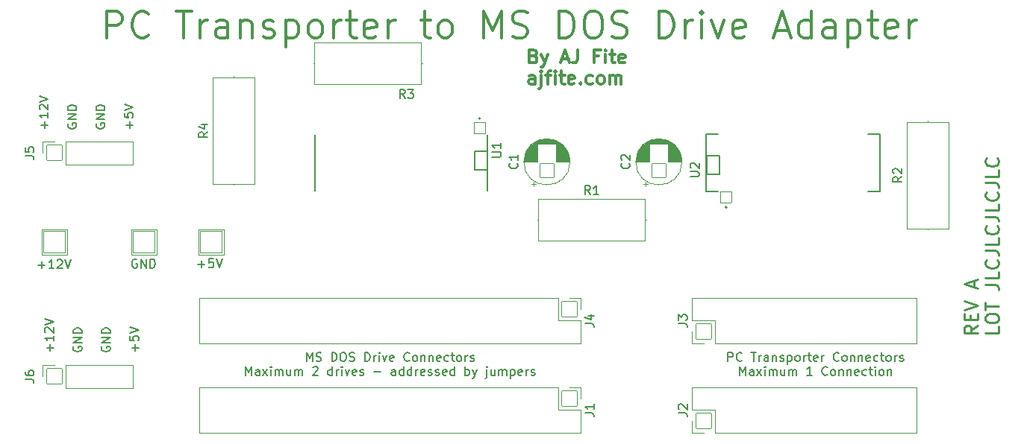
<source format=gto>
%TF.GenerationSoftware,KiCad,Pcbnew,7.0.5-0*%
%TF.CreationDate,2023-06-05T22:26:43-07:00*%
%TF.ProjectId,PCTGotekAdapter,50435447-6f74-4656-9b41-646170746572,A*%
%TF.SameCoordinates,Original*%
%TF.FileFunction,Legend,Top*%
%TF.FilePolarity,Positive*%
%FSLAX46Y46*%
G04 Gerber Fmt 4.6, Leading zero omitted, Abs format (unit mm)*
G04 Created by KiCad (PCBNEW 7.0.5-0) date 2023-06-05 22:26:43*
%MOMM*%
%LPD*%
G01*
G04 APERTURE LIST*
G04 Aperture macros list*
%AMRoundRect*
0 Rectangle with rounded corners*
0 $1 Rounding radius*
0 $2 $3 $4 $5 $6 $7 $8 $9 X,Y pos of 4 corners*
0 Add a 4 corners polygon primitive as box body*
4,1,4,$2,$3,$4,$5,$6,$7,$8,$9,$2,$3,0*
0 Add four circle primitives for the rounded corners*
1,1,$1+$1,$2,$3*
1,1,$1+$1,$4,$5*
1,1,$1+$1,$6,$7*
1,1,$1+$1,$8,$9*
0 Add four rect primitives between the rounded corners*
20,1,$1+$1,$2,$3,$4,$5,0*
20,1,$1+$1,$4,$5,$6,$7,0*
20,1,$1+$1,$6,$7,$8,$9,0*
20,1,$1+$1,$8,$9,$2,$3,0*%
G04 Aperture macros list end*
%ADD10C,0.200000*%
%ADD11C,0.220000*%
%ADD12C,0.300000*%
%ADD13C,0.150000*%
%ADD14C,0.127000*%
%ADD15C,0.120000*%
%ADD16C,1.346000*%
%ADD17RoundRect,0.038000X0.635000X-0.635000X0.635000X0.635000X-0.635000X0.635000X-0.635000X-0.635000X0*%
%ADD18RoundRect,0.038000X-0.640000X0.640000X-0.640000X-0.640000X0.640000X-0.640000X0.640000X0.640000X0*%
%ADD19C,1.356000*%
%ADD20C,0.876000*%
%ADD21C,6.476000*%
%ADD22C,1.076000*%
%ADD23RoundRect,0.038000X-1.250000X-1.250000X1.250000X-1.250000X1.250000X1.250000X-1.250000X1.250000X0*%
%ADD24O,2.476000X2.476000*%
%ADD25C,2.476000*%
%ADD26O,1.776000X1.776000*%
%ADD27RoundRect,0.038000X0.850000X-0.850000X0.850000X0.850000X-0.850000X0.850000X-0.850000X-0.850000X0*%
%ADD28RoundRect,0.038000X-0.850000X0.850000X-0.850000X-0.850000X0.850000X-0.850000X0.850000X0.850000X0*%
%ADD29RoundRect,0.038000X0.800000X-0.800000X0.800000X0.800000X-0.800000X0.800000X-0.800000X-0.800000X0*%
%ADD30C,1.676000*%
G04 APERTURE END LIST*
D10*
X96884491Y-71440790D02*
X98312254Y-71440790D01*
X98312254Y-73582434D01*
X96884491Y-73582434D01*
X96884491Y-71440790D01*
X70530361Y-70905378D02*
X71958124Y-70905378D01*
X71958124Y-73047022D01*
X70530361Y-73047022D01*
X70530361Y-70905378D01*
D11*
X127587697Y-90702828D02*
X126873411Y-91202828D01*
X127587697Y-91559971D02*
X126087697Y-91559971D01*
X126087697Y-91559971D02*
X126087697Y-90988542D01*
X126087697Y-90988542D02*
X126159126Y-90845685D01*
X126159126Y-90845685D02*
X126230554Y-90774256D01*
X126230554Y-90774256D02*
X126373411Y-90702828D01*
X126373411Y-90702828D02*
X126587697Y-90702828D01*
X126587697Y-90702828D02*
X126730554Y-90774256D01*
X126730554Y-90774256D02*
X126801983Y-90845685D01*
X126801983Y-90845685D02*
X126873411Y-90988542D01*
X126873411Y-90988542D02*
X126873411Y-91559971D01*
X126801983Y-90059971D02*
X126801983Y-89559971D01*
X127587697Y-89345685D02*
X127587697Y-90059971D01*
X127587697Y-90059971D02*
X126087697Y-90059971D01*
X126087697Y-90059971D02*
X126087697Y-89345685D01*
X126087697Y-88917113D02*
X127587697Y-88417113D01*
X127587697Y-88417113D02*
X126087697Y-87917113D01*
X127159126Y-86345685D02*
X127159126Y-85631400D01*
X127587697Y-86488542D02*
X126087697Y-85988542D01*
X126087697Y-85988542D02*
X127587697Y-85488542D01*
X130002697Y-90845685D02*
X130002697Y-91559971D01*
X130002697Y-91559971D02*
X128502697Y-91559971D01*
X128502697Y-90059970D02*
X128502697Y-89774256D01*
X128502697Y-89774256D02*
X128574126Y-89631399D01*
X128574126Y-89631399D02*
X128716983Y-89488542D01*
X128716983Y-89488542D02*
X129002697Y-89417113D01*
X129002697Y-89417113D02*
X129502697Y-89417113D01*
X129502697Y-89417113D02*
X129788411Y-89488542D01*
X129788411Y-89488542D02*
X129931269Y-89631399D01*
X129931269Y-89631399D02*
X130002697Y-89774256D01*
X130002697Y-89774256D02*
X130002697Y-90059970D01*
X130002697Y-90059970D02*
X129931269Y-90202828D01*
X129931269Y-90202828D02*
X129788411Y-90345685D01*
X129788411Y-90345685D02*
X129502697Y-90417113D01*
X129502697Y-90417113D02*
X129002697Y-90417113D01*
X129002697Y-90417113D02*
X128716983Y-90345685D01*
X128716983Y-90345685D02*
X128574126Y-90202828D01*
X128574126Y-90202828D02*
X128502697Y-90059970D01*
X128502697Y-88988541D02*
X128502697Y-88131399D01*
X130002697Y-88559970D02*
X128502697Y-88559970D01*
X128502697Y-86059970D02*
X129574126Y-86059970D01*
X129574126Y-86059970D02*
X129788411Y-86131399D01*
X129788411Y-86131399D02*
X129931269Y-86274256D01*
X129931269Y-86274256D02*
X130002697Y-86488542D01*
X130002697Y-86488542D02*
X130002697Y-86631399D01*
X130002697Y-84631399D02*
X130002697Y-85345685D01*
X130002697Y-85345685D02*
X128502697Y-85345685D01*
X129859840Y-83274256D02*
X129931269Y-83345684D01*
X129931269Y-83345684D02*
X130002697Y-83559970D01*
X130002697Y-83559970D02*
X130002697Y-83702827D01*
X130002697Y-83702827D02*
X129931269Y-83917113D01*
X129931269Y-83917113D02*
X129788411Y-84059970D01*
X129788411Y-84059970D02*
X129645554Y-84131399D01*
X129645554Y-84131399D02*
X129359840Y-84202827D01*
X129359840Y-84202827D02*
X129145554Y-84202827D01*
X129145554Y-84202827D02*
X128859840Y-84131399D01*
X128859840Y-84131399D02*
X128716983Y-84059970D01*
X128716983Y-84059970D02*
X128574126Y-83917113D01*
X128574126Y-83917113D02*
X128502697Y-83702827D01*
X128502697Y-83702827D02*
X128502697Y-83559970D01*
X128502697Y-83559970D02*
X128574126Y-83345684D01*
X128574126Y-83345684D02*
X128645554Y-83274256D01*
X128502697Y-82202827D02*
X129574126Y-82202827D01*
X129574126Y-82202827D02*
X129788411Y-82274256D01*
X129788411Y-82274256D02*
X129931269Y-82417113D01*
X129931269Y-82417113D02*
X130002697Y-82631399D01*
X130002697Y-82631399D02*
X130002697Y-82774256D01*
X130002697Y-80774256D02*
X130002697Y-81488542D01*
X130002697Y-81488542D02*
X128502697Y-81488542D01*
X129859840Y-79417113D02*
X129931269Y-79488541D01*
X129931269Y-79488541D02*
X130002697Y-79702827D01*
X130002697Y-79702827D02*
X130002697Y-79845684D01*
X130002697Y-79845684D02*
X129931269Y-80059970D01*
X129931269Y-80059970D02*
X129788411Y-80202827D01*
X129788411Y-80202827D02*
X129645554Y-80274256D01*
X129645554Y-80274256D02*
X129359840Y-80345684D01*
X129359840Y-80345684D02*
X129145554Y-80345684D01*
X129145554Y-80345684D02*
X128859840Y-80274256D01*
X128859840Y-80274256D02*
X128716983Y-80202827D01*
X128716983Y-80202827D02*
X128574126Y-80059970D01*
X128574126Y-80059970D02*
X128502697Y-79845684D01*
X128502697Y-79845684D02*
X128502697Y-79702827D01*
X128502697Y-79702827D02*
X128574126Y-79488541D01*
X128574126Y-79488541D02*
X128645554Y-79417113D01*
X128502697Y-78345684D02*
X129574126Y-78345684D01*
X129574126Y-78345684D02*
X129788411Y-78417113D01*
X129788411Y-78417113D02*
X129931269Y-78559970D01*
X129931269Y-78559970D02*
X130002697Y-78774256D01*
X130002697Y-78774256D02*
X130002697Y-78917113D01*
X130002697Y-76917113D02*
X130002697Y-77631399D01*
X130002697Y-77631399D02*
X128502697Y-77631399D01*
X129859840Y-75559970D02*
X129931269Y-75631398D01*
X129931269Y-75631398D02*
X130002697Y-75845684D01*
X130002697Y-75845684D02*
X130002697Y-75988541D01*
X130002697Y-75988541D02*
X129931269Y-76202827D01*
X129931269Y-76202827D02*
X129788411Y-76345684D01*
X129788411Y-76345684D02*
X129645554Y-76417113D01*
X129645554Y-76417113D02*
X129359840Y-76488541D01*
X129359840Y-76488541D02*
X129145554Y-76488541D01*
X129145554Y-76488541D02*
X128859840Y-76417113D01*
X128859840Y-76417113D02*
X128716983Y-76345684D01*
X128716983Y-76345684D02*
X128574126Y-76202827D01*
X128574126Y-76202827D02*
X128502697Y-75988541D01*
X128502697Y-75988541D02*
X128502697Y-75845684D01*
X128502697Y-75845684D02*
X128574126Y-75631398D01*
X128574126Y-75631398D02*
X128645554Y-75559970D01*
X128502697Y-74488541D02*
X129574126Y-74488541D01*
X129574126Y-74488541D02*
X129788411Y-74559970D01*
X129788411Y-74559970D02*
X129931269Y-74702827D01*
X129931269Y-74702827D02*
X130002697Y-74917113D01*
X130002697Y-74917113D02*
X130002697Y-75059970D01*
X130002697Y-73059970D02*
X130002697Y-73774256D01*
X130002697Y-73774256D02*
X128502697Y-73774256D01*
X129859840Y-71702827D02*
X129931269Y-71774255D01*
X129931269Y-71774255D02*
X130002697Y-71988541D01*
X130002697Y-71988541D02*
X130002697Y-72131398D01*
X130002697Y-72131398D02*
X129931269Y-72345684D01*
X129931269Y-72345684D02*
X129788411Y-72488541D01*
X129788411Y-72488541D02*
X129645554Y-72559970D01*
X129645554Y-72559970D02*
X129359840Y-72631398D01*
X129359840Y-72631398D02*
X129145554Y-72631398D01*
X129145554Y-72631398D02*
X128859840Y-72559970D01*
X128859840Y-72559970D02*
X128716983Y-72488541D01*
X128716983Y-72488541D02*
X128574126Y-72345684D01*
X128574126Y-72345684D02*
X128502697Y-72131398D01*
X128502697Y-72131398D02*
X128502697Y-71988541D01*
X128502697Y-71988541D02*
X128574126Y-71774255D01*
X128574126Y-71774255D02*
X128645554Y-71702827D01*
D12*
X28851653Y-58037257D02*
X28851653Y-55037257D01*
X28851653Y-55037257D02*
X29994510Y-55037257D01*
X29994510Y-55037257D02*
X30280225Y-55180114D01*
X30280225Y-55180114D02*
X30423082Y-55322971D01*
X30423082Y-55322971D02*
X30565939Y-55608685D01*
X30565939Y-55608685D02*
X30565939Y-56037257D01*
X30565939Y-56037257D02*
X30423082Y-56322971D01*
X30423082Y-56322971D02*
X30280225Y-56465828D01*
X30280225Y-56465828D02*
X29994510Y-56608685D01*
X29994510Y-56608685D02*
X28851653Y-56608685D01*
X33565939Y-57751542D02*
X33423082Y-57894400D01*
X33423082Y-57894400D02*
X32994510Y-58037257D01*
X32994510Y-58037257D02*
X32708796Y-58037257D01*
X32708796Y-58037257D02*
X32280225Y-57894400D01*
X32280225Y-57894400D02*
X31994510Y-57608685D01*
X31994510Y-57608685D02*
X31851653Y-57322971D01*
X31851653Y-57322971D02*
X31708796Y-56751542D01*
X31708796Y-56751542D02*
X31708796Y-56322971D01*
X31708796Y-56322971D02*
X31851653Y-55751542D01*
X31851653Y-55751542D02*
X31994510Y-55465828D01*
X31994510Y-55465828D02*
X32280225Y-55180114D01*
X32280225Y-55180114D02*
X32708796Y-55037257D01*
X32708796Y-55037257D02*
X32994510Y-55037257D01*
X32994510Y-55037257D02*
X33423082Y-55180114D01*
X33423082Y-55180114D02*
X33565939Y-55322971D01*
X36708796Y-55037257D02*
X38423082Y-55037257D01*
X37565939Y-58037257D02*
X37565939Y-55037257D01*
X39423081Y-58037257D02*
X39423081Y-56037257D01*
X39423081Y-56608685D02*
X39565938Y-56322971D01*
X39565938Y-56322971D02*
X39708796Y-56180114D01*
X39708796Y-56180114D02*
X39994510Y-56037257D01*
X39994510Y-56037257D02*
X40280224Y-56037257D01*
X42565939Y-58037257D02*
X42565939Y-56465828D01*
X42565939Y-56465828D02*
X42423081Y-56180114D01*
X42423081Y-56180114D02*
X42137367Y-56037257D01*
X42137367Y-56037257D02*
X41565939Y-56037257D01*
X41565939Y-56037257D02*
X41280224Y-56180114D01*
X42565939Y-57894400D02*
X42280224Y-58037257D01*
X42280224Y-58037257D02*
X41565939Y-58037257D01*
X41565939Y-58037257D02*
X41280224Y-57894400D01*
X41280224Y-57894400D02*
X41137367Y-57608685D01*
X41137367Y-57608685D02*
X41137367Y-57322971D01*
X41137367Y-57322971D02*
X41280224Y-57037257D01*
X41280224Y-57037257D02*
X41565939Y-56894400D01*
X41565939Y-56894400D02*
X42280224Y-56894400D01*
X42280224Y-56894400D02*
X42565939Y-56751542D01*
X43994510Y-56037257D02*
X43994510Y-58037257D01*
X43994510Y-56322971D02*
X44137367Y-56180114D01*
X44137367Y-56180114D02*
X44423082Y-56037257D01*
X44423082Y-56037257D02*
X44851653Y-56037257D01*
X44851653Y-56037257D02*
X45137367Y-56180114D01*
X45137367Y-56180114D02*
X45280225Y-56465828D01*
X45280225Y-56465828D02*
X45280225Y-58037257D01*
X46565939Y-57894400D02*
X46851653Y-58037257D01*
X46851653Y-58037257D02*
X47423082Y-58037257D01*
X47423082Y-58037257D02*
X47708796Y-57894400D01*
X47708796Y-57894400D02*
X47851653Y-57608685D01*
X47851653Y-57608685D02*
X47851653Y-57465828D01*
X47851653Y-57465828D02*
X47708796Y-57180114D01*
X47708796Y-57180114D02*
X47423082Y-57037257D01*
X47423082Y-57037257D02*
X46994511Y-57037257D01*
X46994511Y-57037257D02*
X46708796Y-56894400D01*
X46708796Y-56894400D02*
X46565939Y-56608685D01*
X46565939Y-56608685D02*
X46565939Y-56465828D01*
X46565939Y-56465828D02*
X46708796Y-56180114D01*
X46708796Y-56180114D02*
X46994511Y-56037257D01*
X46994511Y-56037257D02*
X47423082Y-56037257D01*
X47423082Y-56037257D02*
X47708796Y-56180114D01*
X49137367Y-56037257D02*
X49137367Y-59037257D01*
X49137367Y-56180114D02*
X49423082Y-56037257D01*
X49423082Y-56037257D02*
X49994510Y-56037257D01*
X49994510Y-56037257D02*
X50280224Y-56180114D01*
X50280224Y-56180114D02*
X50423082Y-56322971D01*
X50423082Y-56322971D02*
X50565939Y-56608685D01*
X50565939Y-56608685D02*
X50565939Y-57465828D01*
X50565939Y-57465828D02*
X50423082Y-57751542D01*
X50423082Y-57751542D02*
X50280224Y-57894400D01*
X50280224Y-57894400D02*
X49994510Y-58037257D01*
X49994510Y-58037257D02*
X49423082Y-58037257D01*
X49423082Y-58037257D02*
X49137367Y-57894400D01*
X52280225Y-58037257D02*
X51994510Y-57894400D01*
X51994510Y-57894400D02*
X51851653Y-57751542D01*
X51851653Y-57751542D02*
X51708796Y-57465828D01*
X51708796Y-57465828D02*
X51708796Y-56608685D01*
X51708796Y-56608685D02*
X51851653Y-56322971D01*
X51851653Y-56322971D02*
X51994510Y-56180114D01*
X51994510Y-56180114D02*
X52280225Y-56037257D01*
X52280225Y-56037257D02*
X52708796Y-56037257D01*
X52708796Y-56037257D02*
X52994510Y-56180114D01*
X52994510Y-56180114D02*
X53137368Y-56322971D01*
X53137368Y-56322971D02*
X53280225Y-56608685D01*
X53280225Y-56608685D02*
X53280225Y-57465828D01*
X53280225Y-57465828D02*
X53137368Y-57751542D01*
X53137368Y-57751542D02*
X52994510Y-57894400D01*
X52994510Y-57894400D02*
X52708796Y-58037257D01*
X52708796Y-58037257D02*
X52280225Y-58037257D01*
X54565939Y-58037257D02*
X54565939Y-56037257D01*
X54565939Y-56608685D02*
X54708796Y-56322971D01*
X54708796Y-56322971D02*
X54851654Y-56180114D01*
X54851654Y-56180114D02*
X55137368Y-56037257D01*
X55137368Y-56037257D02*
X55423082Y-56037257D01*
X55994511Y-56037257D02*
X57137368Y-56037257D01*
X56423082Y-55037257D02*
X56423082Y-57608685D01*
X56423082Y-57608685D02*
X56565939Y-57894400D01*
X56565939Y-57894400D02*
X56851654Y-58037257D01*
X56851654Y-58037257D02*
X57137368Y-58037257D01*
X59280225Y-57894400D02*
X58994511Y-58037257D01*
X58994511Y-58037257D02*
X58423083Y-58037257D01*
X58423083Y-58037257D02*
X58137368Y-57894400D01*
X58137368Y-57894400D02*
X57994511Y-57608685D01*
X57994511Y-57608685D02*
X57994511Y-56465828D01*
X57994511Y-56465828D02*
X58137368Y-56180114D01*
X58137368Y-56180114D02*
X58423083Y-56037257D01*
X58423083Y-56037257D02*
X58994511Y-56037257D01*
X58994511Y-56037257D02*
X59280225Y-56180114D01*
X59280225Y-56180114D02*
X59423083Y-56465828D01*
X59423083Y-56465828D02*
X59423083Y-56751542D01*
X59423083Y-56751542D02*
X57994511Y-57037257D01*
X60708797Y-58037257D02*
X60708797Y-56037257D01*
X60708797Y-56608685D02*
X60851654Y-56322971D01*
X60851654Y-56322971D02*
X60994512Y-56180114D01*
X60994512Y-56180114D02*
X61280226Y-56037257D01*
X61280226Y-56037257D02*
X61565940Y-56037257D01*
X64423083Y-56037257D02*
X65565940Y-56037257D01*
X64851654Y-55037257D02*
X64851654Y-57608685D01*
X64851654Y-57608685D02*
X64994511Y-57894400D01*
X64994511Y-57894400D02*
X65280226Y-58037257D01*
X65280226Y-58037257D02*
X65565940Y-58037257D01*
X66994512Y-58037257D02*
X66708797Y-57894400D01*
X66708797Y-57894400D02*
X66565940Y-57751542D01*
X66565940Y-57751542D02*
X66423083Y-57465828D01*
X66423083Y-57465828D02*
X66423083Y-56608685D01*
X66423083Y-56608685D02*
X66565940Y-56322971D01*
X66565940Y-56322971D02*
X66708797Y-56180114D01*
X66708797Y-56180114D02*
X66994512Y-56037257D01*
X66994512Y-56037257D02*
X67423083Y-56037257D01*
X67423083Y-56037257D02*
X67708797Y-56180114D01*
X67708797Y-56180114D02*
X67851655Y-56322971D01*
X67851655Y-56322971D02*
X67994512Y-56608685D01*
X67994512Y-56608685D02*
X67994512Y-57465828D01*
X67994512Y-57465828D02*
X67851655Y-57751542D01*
X67851655Y-57751542D02*
X67708797Y-57894400D01*
X67708797Y-57894400D02*
X67423083Y-58037257D01*
X67423083Y-58037257D02*
X66994512Y-58037257D01*
X71565940Y-58037257D02*
X71565940Y-55037257D01*
X71565940Y-55037257D02*
X72565940Y-57180114D01*
X72565940Y-57180114D02*
X73565940Y-55037257D01*
X73565940Y-55037257D02*
X73565940Y-58037257D01*
X74851654Y-57894400D02*
X75280226Y-58037257D01*
X75280226Y-58037257D02*
X75994511Y-58037257D01*
X75994511Y-58037257D02*
X76280226Y-57894400D01*
X76280226Y-57894400D02*
X76423083Y-57751542D01*
X76423083Y-57751542D02*
X76565940Y-57465828D01*
X76565940Y-57465828D02*
X76565940Y-57180114D01*
X76565940Y-57180114D02*
X76423083Y-56894400D01*
X76423083Y-56894400D02*
X76280226Y-56751542D01*
X76280226Y-56751542D02*
X75994511Y-56608685D01*
X75994511Y-56608685D02*
X75423083Y-56465828D01*
X75423083Y-56465828D02*
X75137368Y-56322971D01*
X75137368Y-56322971D02*
X74994511Y-56180114D01*
X74994511Y-56180114D02*
X74851654Y-55894400D01*
X74851654Y-55894400D02*
X74851654Y-55608685D01*
X74851654Y-55608685D02*
X74994511Y-55322971D01*
X74994511Y-55322971D02*
X75137368Y-55180114D01*
X75137368Y-55180114D02*
X75423083Y-55037257D01*
X75423083Y-55037257D02*
X76137368Y-55037257D01*
X76137368Y-55037257D02*
X76565940Y-55180114D01*
X80137368Y-58037257D02*
X80137368Y-55037257D01*
X80137368Y-55037257D02*
X80851654Y-55037257D01*
X80851654Y-55037257D02*
X81280225Y-55180114D01*
X81280225Y-55180114D02*
X81565940Y-55465828D01*
X81565940Y-55465828D02*
X81708797Y-55751542D01*
X81708797Y-55751542D02*
X81851654Y-56322971D01*
X81851654Y-56322971D02*
X81851654Y-56751542D01*
X81851654Y-56751542D02*
X81708797Y-57322971D01*
X81708797Y-57322971D02*
X81565940Y-57608685D01*
X81565940Y-57608685D02*
X81280225Y-57894400D01*
X81280225Y-57894400D02*
X80851654Y-58037257D01*
X80851654Y-58037257D02*
X80137368Y-58037257D01*
X83708797Y-55037257D02*
X84280225Y-55037257D01*
X84280225Y-55037257D02*
X84565940Y-55180114D01*
X84565940Y-55180114D02*
X84851654Y-55465828D01*
X84851654Y-55465828D02*
X84994511Y-56037257D01*
X84994511Y-56037257D02*
X84994511Y-57037257D01*
X84994511Y-57037257D02*
X84851654Y-57608685D01*
X84851654Y-57608685D02*
X84565940Y-57894400D01*
X84565940Y-57894400D02*
X84280225Y-58037257D01*
X84280225Y-58037257D02*
X83708797Y-58037257D01*
X83708797Y-58037257D02*
X83423083Y-57894400D01*
X83423083Y-57894400D02*
X83137368Y-57608685D01*
X83137368Y-57608685D02*
X82994511Y-57037257D01*
X82994511Y-57037257D02*
X82994511Y-56037257D01*
X82994511Y-56037257D02*
X83137368Y-55465828D01*
X83137368Y-55465828D02*
X83423083Y-55180114D01*
X83423083Y-55180114D02*
X83708797Y-55037257D01*
X86137368Y-57894400D02*
X86565940Y-58037257D01*
X86565940Y-58037257D02*
X87280225Y-58037257D01*
X87280225Y-58037257D02*
X87565940Y-57894400D01*
X87565940Y-57894400D02*
X87708797Y-57751542D01*
X87708797Y-57751542D02*
X87851654Y-57465828D01*
X87851654Y-57465828D02*
X87851654Y-57180114D01*
X87851654Y-57180114D02*
X87708797Y-56894400D01*
X87708797Y-56894400D02*
X87565940Y-56751542D01*
X87565940Y-56751542D02*
X87280225Y-56608685D01*
X87280225Y-56608685D02*
X86708797Y-56465828D01*
X86708797Y-56465828D02*
X86423082Y-56322971D01*
X86423082Y-56322971D02*
X86280225Y-56180114D01*
X86280225Y-56180114D02*
X86137368Y-55894400D01*
X86137368Y-55894400D02*
X86137368Y-55608685D01*
X86137368Y-55608685D02*
X86280225Y-55322971D01*
X86280225Y-55322971D02*
X86423082Y-55180114D01*
X86423082Y-55180114D02*
X86708797Y-55037257D01*
X86708797Y-55037257D02*
X87423082Y-55037257D01*
X87423082Y-55037257D02*
X87851654Y-55180114D01*
X91423082Y-58037257D02*
X91423082Y-55037257D01*
X91423082Y-55037257D02*
X92137368Y-55037257D01*
X92137368Y-55037257D02*
X92565939Y-55180114D01*
X92565939Y-55180114D02*
X92851654Y-55465828D01*
X92851654Y-55465828D02*
X92994511Y-55751542D01*
X92994511Y-55751542D02*
X93137368Y-56322971D01*
X93137368Y-56322971D02*
X93137368Y-56751542D01*
X93137368Y-56751542D02*
X92994511Y-57322971D01*
X92994511Y-57322971D02*
X92851654Y-57608685D01*
X92851654Y-57608685D02*
X92565939Y-57894400D01*
X92565939Y-57894400D02*
X92137368Y-58037257D01*
X92137368Y-58037257D02*
X91423082Y-58037257D01*
X94423082Y-58037257D02*
X94423082Y-56037257D01*
X94423082Y-56608685D02*
X94565939Y-56322971D01*
X94565939Y-56322971D02*
X94708797Y-56180114D01*
X94708797Y-56180114D02*
X94994511Y-56037257D01*
X94994511Y-56037257D02*
X95280225Y-56037257D01*
X96280225Y-58037257D02*
X96280225Y-56037257D01*
X96280225Y-55037257D02*
X96137368Y-55180114D01*
X96137368Y-55180114D02*
X96280225Y-55322971D01*
X96280225Y-55322971D02*
X96423082Y-55180114D01*
X96423082Y-55180114D02*
X96280225Y-55037257D01*
X96280225Y-55037257D02*
X96280225Y-55322971D01*
X97423082Y-56037257D02*
X98137368Y-58037257D01*
X98137368Y-58037257D02*
X98851653Y-56037257D01*
X101137367Y-57894400D02*
X100851653Y-58037257D01*
X100851653Y-58037257D02*
X100280225Y-58037257D01*
X100280225Y-58037257D02*
X99994510Y-57894400D01*
X99994510Y-57894400D02*
X99851653Y-57608685D01*
X99851653Y-57608685D02*
X99851653Y-56465828D01*
X99851653Y-56465828D02*
X99994510Y-56180114D01*
X99994510Y-56180114D02*
X100280225Y-56037257D01*
X100280225Y-56037257D02*
X100851653Y-56037257D01*
X100851653Y-56037257D02*
X101137367Y-56180114D01*
X101137367Y-56180114D02*
X101280225Y-56465828D01*
X101280225Y-56465828D02*
X101280225Y-56751542D01*
X101280225Y-56751542D02*
X99851653Y-57037257D01*
X104708796Y-57180114D02*
X106137368Y-57180114D01*
X104423082Y-58037257D02*
X105423082Y-55037257D01*
X105423082Y-55037257D02*
X106423082Y-58037257D01*
X108708797Y-58037257D02*
X108708797Y-55037257D01*
X108708797Y-57894400D02*
X108423082Y-58037257D01*
X108423082Y-58037257D02*
X107851654Y-58037257D01*
X107851654Y-58037257D02*
X107565939Y-57894400D01*
X107565939Y-57894400D02*
X107423082Y-57751542D01*
X107423082Y-57751542D02*
X107280225Y-57465828D01*
X107280225Y-57465828D02*
X107280225Y-56608685D01*
X107280225Y-56608685D02*
X107423082Y-56322971D01*
X107423082Y-56322971D02*
X107565939Y-56180114D01*
X107565939Y-56180114D02*
X107851654Y-56037257D01*
X107851654Y-56037257D02*
X108423082Y-56037257D01*
X108423082Y-56037257D02*
X108708797Y-56180114D01*
X111423083Y-58037257D02*
X111423083Y-56465828D01*
X111423083Y-56465828D02*
X111280225Y-56180114D01*
X111280225Y-56180114D02*
X110994511Y-56037257D01*
X110994511Y-56037257D02*
X110423083Y-56037257D01*
X110423083Y-56037257D02*
X110137368Y-56180114D01*
X111423083Y-57894400D02*
X111137368Y-58037257D01*
X111137368Y-58037257D02*
X110423083Y-58037257D01*
X110423083Y-58037257D02*
X110137368Y-57894400D01*
X110137368Y-57894400D02*
X109994511Y-57608685D01*
X109994511Y-57608685D02*
X109994511Y-57322971D01*
X109994511Y-57322971D02*
X110137368Y-57037257D01*
X110137368Y-57037257D02*
X110423083Y-56894400D01*
X110423083Y-56894400D02*
X111137368Y-56894400D01*
X111137368Y-56894400D02*
X111423083Y-56751542D01*
X112851654Y-56037257D02*
X112851654Y-59037257D01*
X112851654Y-56180114D02*
X113137369Y-56037257D01*
X113137369Y-56037257D02*
X113708797Y-56037257D01*
X113708797Y-56037257D02*
X113994511Y-56180114D01*
X113994511Y-56180114D02*
X114137369Y-56322971D01*
X114137369Y-56322971D02*
X114280226Y-56608685D01*
X114280226Y-56608685D02*
X114280226Y-57465828D01*
X114280226Y-57465828D02*
X114137369Y-57751542D01*
X114137369Y-57751542D02*
X113994511Y-57894400D01*
X113994511Y-57894400D02*
X113708797Y-58037257D01*
X113708797Y-58037257D02*
X113137369Y-58037257D01*
X113137369Y-58037257D02*
X112851654Y-57894400D01*
X115137369Y-56037257D02*
X116280226Y-56037257D01*
X115565940Y-55037257D02*
X115565940Y-57608685D01*
X115565940Y-57608685D02*
X115708797Y-57894400D01*
X115708797Y-57894400D02*
X115994512Y-58037257D01*
X115994512Y-58037257D02*
X116280226Y-58037257D01*
X118423083Y-57894400D02*
X118137369Y-58037257D01*
X118137369Y-58037257D02*
X117565941Y-58037257D01*
X117565941Y-58037257D02*
X117280226Y-57894400D01*
X117280226Y-57894400D02*
X117137369Y-57608685D01*
X117137369Y-57608685D02*
X117137369Y-56465828D01*
X117137369Y-56465828D02*
X117280226Y-56180114D01*
X117280226Y-56180114D02*
X117565941Y-56037257D01*
X117565941Y-56037257D02*
X118137369Y-56037257D01*
X118137369Y-56037257D02*
X118423083Y-56180114D01*
X118423083Y-56180114D02*
X118565941Y-56465828D01*
X118565941Y-56465828D02*
X118565941Y-56751542D01*
X118565941Y-56751542D02*
X117137369Y-57037257D01*
X119851655Y-58037257D02*
X119851655Y-56037257D01*
X119851655Y-56608685D02*
X119994512Y-56322971D01*
X119994512Y-56322971D02*
X120137370Y-56180114D01*
X120137370Y-56180114D02*
X120423084Y-56037257D01*
X120423084Y-56037257D02*
X120708798Y-56037257D01*
D13*
X99291426Y-94779819D02*
X99291426Y-93779819D01*
X99291426Y-93779819D02*
X99672378Y-93779819D01*
X99672378Y-93779819D02*
X99767616Y-93827438D01*
X99767616Y-93827438D02*
X99815235Y-93875057D01*
X99815235Y-93875057D02*
X99862854Y-93970295D01*
X99862854Y-93970295D02*
X99862854Y-94113152D01*
X99862854Y-94113152D02*
X99815235Y-94208390D01*
X99815235Y-94208390D02*
X99767616Y-94256009D01*
X99767616Y-94256009D02*
X99672378Y-94303628D01*
X99672378Y-94303628D02*
X99291426Y-94303628D01*
X100862854Y-94684580D02*
X100815235Y-94732200D01*
X100815235Y-94732200D02*
X100672378Y-94779819D01*
X100672378Y-94779819D02*
X100577140Y-94779819D01*
X100577140Y-94779819D02*
X100434283Y-94732200D01*
X100434283Y-94732200D02*
X100339045Y-94636961D01*
X100339045Y-94636961D02*
X100291426Y-94541723D01*
X100291426Y-94541723D02*
X100243807Y-94351247D01*
X100243807Y-94351247D02*
X100243807Y-94208390D01*
X100243807Y-94208390D02*
X100291426Y-94017914D01*
X100291426Y-94017914D02*
X100339045Y-93922676D01*
X100339045Y-93922676D02*
X100434283Y-93827438D01*
X100434283Y-93827438D02*
X100577140Y-93779819D01*
X100577140Y-93779819D02*
X100672378Y-93779819D01*
X100672378Y-93779819D02*
X100815235Y-93827438D01*
X100815235Y-93827438D02*
X100862854Y-93875057D01*
X101910474Y-93779819D02*
X102481902Y-93779819D01*
X102196188Y-94779819D02*
X102196188Y-93779819D01*
X102815236Y-94779819D02*
X102815236Y-94113152D01*
X102815236Y-94303628D02*
X102862855Y-94208390D01*
X102862855Y-94208390D02*
X102910474Y-94160771D01*
X102910474Y-94160771D02*
X103005712Y-94113152D01*
X103005712Y-94113152D02*
X103100950Y-94113152D01*
X103862855Y-94779819D02*
X103862855Y-94256009D01*
X103862855Y-94256009D02*
X103815236Y-94160771D01*
X103815236Y-94160771D02*
X103719998Y-94113152D01*
X103719998Y-94113152D02*
X103529522Y-94113152D01*
X103529522Y-94113152D02*
X103434284Y-94160771D01*
X103862855Y-94732200D02*
X103767617Y-94779819D01*
X103767617Y-94779819D02*
X103529522Y-94779819D01*
X103529522Y-94779819D02*
X103434284Y-94732200D01*
X103434284Y-94732200D02*
X103386665Y-94636961D01*
X103386665Y-94636961D02*
X103386665Y-94541723D01*
X103386665Y-94541723D02*
X103434284Y-94446485D01*
X103434284Y-94446485D02*
X103529522Y-94398866D01*
X103529522Y-94398866D02*
X103767617Y-94398866D01*
X103767617Y-94398866D02*
X103862855Y-94351247D01*
X104339046Y-94113152D02*
X104339046Y-94779819D01*
X104339046Y-94208390D02*
X104386665Y-94160771D01*
X104386665Y-94160771D02*
X104481903Y-94113152D01*
X104481903Y-94113152D02*
X104624760Y-94113152D01*
X104624760Y-94113152D02*
X104719998Y-94160771D01*
X104719998Y-94160771D02*
X104767617Y-94256009D01*
X104767617Y-94256009D02*
X104767617Y-94779819D01*
X105196189Y-94732200D02*
X105291427Y-94779819D01*
X105291427Y-94779819D02*
X105481903Y-94779819D01*
X105481903Y-94779819D02*
X105577141Y-94732200D01*
X105577141Y-94732200D02*
X105624760Y-94636961D01*
X105624760Y-94636961D02*
X105624760Y-94589342D01*
X105624760Y-94589342D02*
X105577141Y-94494104D01*
X105577141Y-94494104D02*
X105481903Y-94446485D01*
X105481903Y-94446485D02*
X105339046Y-94446485D01*
X105339046Y-94446485D02*
X105243808Y-94398866D01*
X105243808Y-94398866D02*
X105196189Y-94303628D01*
X105196189Y-94303628D02*
X105196189Y-94256009D01*
X105196189Y-94256009D02*
X105243808Y-94160771D01*
X105243808Y-94160771D02*
X105339046Y-94113152D01*
X105339046Y-94113152D02*
X105481903Y-94113152D01*
X105481903Y-94113152D02*
X105577141Y-94160771D01*
X106053332Y-94113152D02*
X106053332Y-95113152D01*
X106053332Y-94160771D02*
X106148570Y-94113152D01*
X106148570Y-94113152D02*
X106339046Y-94113152D01*
X106339046Y-94113152D02*
X106434284Y-94160771D01*
X106434284Y-94160771D02*
X106481903Y-94208390D01*
X106481903Y-94208390D02*
X106529522Y-94303628D01*
X106529522Y-94303628D02*
X106529522Y-94589342D01*
X106529522Y-94589342D02*
X106481903Y-94684580D01*
X106481903Y-94684580D02*
X106434284Y-94732200D01*
X106434284Y-94732200D02*
X106339046Y-94779819D01*
X106339046Y-94779819D02*
X106148570Y-94779819D01*
X106148570Y-94779819D02*
X106053332Y-94732200D01*
X107100951Y-94779819D02*
X107005713Y-94732200D01*
X107005713Y-94732200D02*
X106958094Y-94684580D01*
X106958094Y-94684580D02*
X106910475Y-94589342D01*
X106910475Y-94589342D02*
X106910475Y-94303628D01*
X106910475Y-94303628D02*
X106958094Y-94208390D01*
X106958094Y-94208390D02*
X107005713Y-94160771D01*
X107005713Y-94160771D02*
X107100951Y-94113152D01*
X107100951Y-94113152D02*
X107243808Y-94113152D01*
X107243808Y-94113152D02*
X107339046Y-94160771D01*
X107339046Y-94160771D02*
X107386665Y-94208390D01*
X107386665Y-94208390D02*
X107434284Y-94303628D01*
X107434284Y-94303628D02*
X107434284Y-94589342D01*
X107434284Y-94589342D02*
X107386665Y-94684580D01*
X107386665Y-94684580D02*
X107339046Y-94732200D01*
X107339046Y-94732200D02*
X107243808Y-94779819D01*
X107243808Y-94779819D02*
X107100951Y-94779819D01*
X107862856Y-94779819D02*
X107862856Y-94113152D01*
X107862856Y-94303628D02*
X107910475Y-94208390D01*
X107910475Y-94208390D02*
X107958094Y-94160771D01*
X107958094Y-94160771D02*
X108053332Y-94113152D01*
X108053332Y-94113152D02*
X108148570Y-94113152D01*
X108339047Y-94113152D02*
X108719999Y-94113152D01*
X108481904Y-93779819D02*
X108481904Y-94636961D01*
X108481904Y-94636961D02*
X108529523Y-94732200D01*
X108529523Y-94732200D02*
X108624761Y-94779819D01*
X108624761Y-94779819D02*
X108719999Y-94779819D01*
X109434285Y-94732200D02*
X109339047Y-94779819D01*
X109339047Y-94779819D02*
X109148571Y-94779819D01*
X109148571Y-94779819D02*
X109053333Y-94732200D01*
X109053333Y-94732200D02*
X109005714Y-94636961D01*
X109005714Y-94636961D02*
X109005714Y-94256009D01*
X109005714Y-94256009D02*
X109053333Y-94160771D01*
X109053333Y-94160771D02*
X109148571Y-94113152D01*
X109148571Y-94113152D02*
X109339047Y-94113152D01*
X109339047Y-94113152D02*
X109434285Y-94160771D01*
X109434285Y-94160771D02*
X109481904Y-94256009D01*
X109481904Y-94256009D02*
X109481904Y-94351247D01*
X109481904Y-94351247D02*
X109005714Y-94446485D01*
X109910476Y-94779819D02*
X109910476Y-94113152D01*
X109910476Y-94303628D02*
X109958095Y-94208390D01*
X109958095Y-94208390D02*
X110005714Y-94160771D01*
X110005714Y-94160771D02*
X110100952Y-94113152D01*
X110100952Y-94113152D02*
X110196190Y-94113152D01*
X111862857Y-94684580D02*
X111815238Y-94732200D01*
X111815238Y-94732200D02*
X111672381Y-94779819D01*
X111672381Y-94779819D02*
X111577143Y-94779819D01*
X111577143Y-94779819D02*
X111434286Y-94732200D01*
X111434286Y-94732200D02*
X111339048Y-94636961D01*
X111339048Y-94636961D02*
X111291429Y-94541723D01*
X111291429Y-94541723D02*
X111243810Y-94351247D01*
X111243810Y-94351247D02*
X111243810Y-94208390D01*
X111243810Y-94208390D02*
X111291429Y-94017914D01*
X111291429Y-94017914D02*
X111339048Y-93922676D01*
X111339048Y-93922676D02*
X111434286Y-93827438D01*
X111434286Y-93827438D02*
X111577143Y-93779819D01*
X111577143Y-93779819D02*
X111672381Y-93779819D01*
X111672381Y-93779819D02*
X111815238Y-93827438D01*
X111815238Y-93827438D02*
X111862857Y-93875057D01*
X112434286Y-94779819D02*
X112339048Y-94732200D01*
X112339048Y-94732200D02*
X112291429Y-94684580D01*
X112291429Y-94684580D02*
X112243810Y-94589342D01*
X112243810Y-94589342D02*
X112243810Y-94303628D01*
X112243810Y-94303628D02*
X112291429Y-94208390D01*
X112291429Y-94208390D02*
X112339048Y-94160771D01*
X112339048Y-94160771D02*
X112434286Y-94113152D01*
X112434286Y-94113152D02*
X112577143Y-94113152D01*
X112577143Y-94113152D02*
X112672381Y-94160771D01*
X112672381Y-94160771D02*
X112720000Y-94208390D01*
X112720000Y-94208390D02*
X112767619Y-94303628D01*
X112767619Y-94303628D02*
X112767619Y-94589342D01*
X112767619Y-94589342D02*
X112720000Y-94684580D01*
X112720000Y-94684580D02*
X112672381Y-94732200D01*
X112672381Y-94732200D02*
X112577143Y-94779819D01*
X112577143Y-94779819D02*
X112434286Y-94779819D01*
X113196191Y-94113152D02*
X113196191Y-94779819D01*
X113196191Y-94208390D02*
X113243810Y-94160771D01*
X113243810Y-94160771D02*
X113339048Y-94113152D01*
X113339048Y-94113152D02*
X113481905Y-94113152D01*
X113481905Y-94113152D02*
X113577143Y-94160771D01*
X113577143Y-94160771D02*
X113624762Y-94256009D01*
X113624762Y-94256009D02*
X113624762Y-94779819D01*
X114100953Y-94113152D02*
X114100953Y-94779819D01*
X114100953Y-94208390D02*
X114148572Y-94160771D01*
X114148572Y-94160771D02*
X114243810Y-94113152D01*
X114243810Y-94113152D02*
X114386667Y-94113152D01*
X114386667Y-94113152D02*
X114481905Y-94160771D01*
X114481905Y-94160771D02*
X114529524Y-94256009D01*
X114529524Y-94256009D02*
X114529524Y-94779819D01*
X115386667Y-94732200D02*
X115291429Y-94779819D01*
X115291429Y-94779819D02*
X115100953Y-94779819D01*
X115100953Y-94779819D02*
X115005715Y-94732200D01*
X115005715Y-94732200D02*
X114958096Y-94636961D01*
X114958096Y-94636961D02*
X114958096Y-94256009D01*
X114958096Y-94256009D02*
X115005715Y-94160771D01*
X115005715Y-94160771D02*
X115100953Y-94113152D01*
X115100953Y-94113152D02*
X115291429Y-94113152D01*
X115291429Y-94113152D02*
X115386667Y-94160771D01*
X115386667Y-94160771D02*
X115434286Y-94256009D01*
X115434286Y-94256009D02*
X115434286Y-94351247D01*
X115434286Y-94351247D02*
X114958096Y-94446485D01*
X116291429Y-94732200D02*
X116196191Y-94779819D01*
X116196191Y-94779819D02*
X116005715Y-94779819D01*
X116005715Y-94779819D02*
X115910477Y-94732200D01*
X115910477Y-94732200D02*
X115862858Y-94684580D01*
X115862858Y-94684580D02*
X115815239Y-94589342D01*
X115815239Y-94589342D02*
X115815239Y-94303628D01*
X115815239Y-94303628D02*
X115862858Y-94208390D01*
X115862858Y-94208390D02*
X115910477Y-94160771D01*
X115910477Y-94160771D02*
X116005715Y-94113152D01*
X116005715Y-94113152D02*
X116196191Y-94113152D01*
X116196191Y-94113152D02*
X116291429Y-94160771D01*
X116577144Y-94113152D02*
X116958096Y-94113152D01*
X116720001Y-93779819D02*
X116720001Y-94636961D01*
X116720001Y-94636961D02*
X116767620Y-94732200D01*
X116767620Y-94732200D02*
X116862858Y-94779819D01*
X116862858Y-94779819D02*
X116958096Y-94779819D01*
X117434287Y-94779819D02*
X117339049Y-94732200D01*
X117339049Y-94732200D02*
X117291430Y-94684580D01*
X117291430Y-94684580D02*
X117243811Y-94589342D01*
X117243811Y-94589342D02*
X117243811Y-94303628D01*
X117243811Y-94303628D02*
X117291430Y-94208390D01*
X117291430Y-94208390D02*
X117339049Y-94160771D01*
X117339049Y-94160771D02*
X117434287Y-94113152D01*
X117434287Y-94113152D02*
X117577144Y-94113152D01*
X117577144Y-94113152D02*
X117672382Y-94160771D01*
X117672382Y-94160771D02*
X117720001Y-94208390D01*
X117720001Y-94208390D02*
X117767620Y-94303628D01*
X117767620Y-94303628D02*
X117767620Y-94589342D01*
X117767620Y-94589342D02*
X117720001Y-94684580D01*
X117720001Y-94684580D02*
X117672382Y-94732200D01*
X117672382Y-94732200D02*
X117577144Y-94779819D01*
X117577144Y-94779819D02*
X117434287Y-94779819D01*
X118196192Y-94779819D02*
X118196192Y-94113152D01*
X118196192Y-94303628D02*
X118243811Y-94208390D01*
X118243811Y-94208390D02*
X118291430Y-94160771D01*
X118291430Y-94160771D02*
X118386668Y-94113152D01*
X118386668Y-94113152D02*
X118481906Y-94113152D01*
X118767621Y-94732200D02*
X118862859Y-94779819D01*
X118862859Y-94779819D02*
X119053335Y-94779819D01*
X119053335Y-94779819D02*
X119148573Y-94732200D01*
X119148573Y-94732200D02*
X119196192Y-94636961D01*
X119196192Y-94636961D02*
X119196192Y-94589342D01*
X119196192Y-94589342D02*
X119148573Y-94494104D01*
X119148573Y-94494104D02*
X119053335Y-94446485D01*
X119053335Y-94446485D02*
X118910478Y-94446485D01*
X118910478Y-94446485D02*
X118815240Y-94398866D01*
X118815240Y-94398866D02*
X118767621Y-94303628D01*
X118767621Y-94303628D02*
X118767621Y-94256009D01*
X118767621Y-94256009D02*
X118815240Y-94160771D01*
X118815240Y-94160771D02*
X118910478Y-94113152D01*
X118910478Y-94113152D02*
X119053335Y-94113152D01*
X119053335Y-94113152D02*
X119148573Y-94160771D01*
X100624762Y-96389819D02*
X100624762Y-95389819D01*
X100624762Y-95389819D02*
X100958095Y-96104104D01*
X100958095Y-96104104D02*
X101291428Y-95389819D01*
X101291428Y-95389819D02*
X101291428Y-96389819D01*
X102196190Y-96389819D02*
X102196190Y-95866009D01*
X102196190Y-95866009D02*
X102148571Y-95770771D01*
X102148571Y-95770771D02*
X102053333Y-95723152D01*
X102053333Y-95723152D02*
X101862857Y-95723152D01*
X101862857Y-95723152D02*
X101767619Y-95770771D01*
X102196190Y-96342200D02*
X102100952Y-96389819D01*
X102100952Y-96389819D02*
X101862857Y-96389819D01*
X101862857Y-96389819D02*
X101767619Y-96342200D01*
X101767619Y-96342200D02*
X101720000Y-96246961D01*
X101720000Y-96246961D02*
X101720000Y-96151723D01*
X101720000Y-96151723D02*
X101767619Y-96056485D01*
X101767619Y-96056485D02*
X101862857Y-96008866D01*
X101862857Y-96008866D02*
X102100952Y-96008866D01*
X102100952Y-96008866D02*
X102196190Y-95961247D01*
X102577143Y-96389819D02*
X103100952Y-95723152D01*
X102577143Y-95723152D02*
X103100952Y-96389819D01*
X103481905Y-96389819D02*
X103481905Y-95723152D01*
X103481905Y-95389819D02*
X103434286Y-95437438D01*
X103434286Y-95437438D02*
X103481905Y-95485057D01*
X103481905Y-95485057D02*
X103529524Y-95437438D01*
X103529524Y-95437438D02*
X103481905Y-95389819D01*
X103481905Y-95389819D02*
X103481905Y-95485057D01*
X103958095Y-96389819D02*
X103958095Y-95723152D01*
X103958095Y-95818390D02*
X104005714Y-95770771D01*
X104005714Y-95770771D02*
X104100952Y-95723152D01*
X104100952Y-95723152D02*
X104243809Y-95723152D01*
X104243809Y-95723152D02*
X104339047Y-95770771D01*
X104339047Y-95770771D02*
X104386666Y-95866009D01*
X104386666Y-95866009D02*
X104386666Y-96389819D01*
X104386666Y-95866009D02*
X104434285Y-95770771D01*
X104434285Y-95770771D02*
X104529523Y-95723152D01*
X104529523Y-95723152D02*
X104672380Y-95723152D01*
X104672380Y-95723152D02*
X104767619Y-95770771D01*
X104767619Y-95770771D02*
X104815238Y-95866009D01*
X104815238Y-95866009D02*
X104815238Y-96389819D01*
X105719999Y-95723152D02*
X105719999Y-96389819D01*
X105291428Y-95723152D02*
X105291428Y-96246961D01*
X105291428Y-96246961D02*
X105339047Y-96342200D01*
X105339047Y-96342200D02*
X105434285Y-96389819D01*
X105434285Y-96389819D02*
X105577142Y-96389819D01*
X105577142Y-96389819D02*
X105672380Y-96342200D01*
X105672380Y-96342200D02*
X105719999Y-96294580D01*
X106196190Y-96389819D02*
X106196190Y-95723152D01*
X106196190Y-95818390D02*
X106243809Y-95770771D01*
X106243809Y-95770771D02*
X106339047Y-95723152D01*
X106339047Y-95723152D02*
X106481904Y-95723152D01*
X106481904Y-95723152D02*
X106577142Y-95770771D01*
X106577142Y-95770771D02*
X106624761Y-95866009D01*
X106624761Y-95866009D02*
X106624761Y-96389819D01*
X106624761Y-95866009D02*
X106672380Y-95770771D01*
X106672380Y-95770771D02*
X106767618Y-95723152D01*
X106767618Y-95723152D02*
X106910475Y-95723152D01*
X106910475Y-95723152D02*
X107005714Y-95770771D01*
X107005714Y-95770771D02*
X107053333Y-95866009D01*
X107053333Y-95866009D02*
X107053333Y-96389819D01*
X108815237Y-96389819D02*
X108243809Y-96389819D01*
X108529523Y-96389819D02*
X108529523Y-95389819D01*
X108529523Y-95389819D02*
X108434285Y-95532676D01*
X108434285Y-95532676D02*
X108339047Y-95627914D01*
X108339047Y-95627914D02*
X108243809Y-95675533D01*
X110577142Y-96294580D02*
X110529523Y-96342200D01*
X110529523Y-96342200D02*
X110386666Y-96389819D01*
X110386666Y-96389819D02*
X110291428Y-96389819D01*
X110291428Y-96389819D02*
X110148571Y-96342200D01*
X110148571Y-96342200D02*
X110053333Y-96246961D01*
X110053333Y-96246961D02*
X110005714Y-96151723D01*
X110005714Y-96151723D02*
X109958095Y-95961247D01*
X109958095Y-95961247D02*
X109958095Y-95818390D01*
X109958095Y-95818390D02*
X110005714Y-95627914D01*
X110005714Y-95627914D02*
X110053333Y-95532676D01*
X110053333Y-95532676D02*
X110148571Y-95437438D01*
X110148571Y-95437438D02*
X110291428Y-95389819D01*
X110291428Y-95389819D02*
X110386666Y-95389819D01*
X110386666Y-95389819D02*
X110529523Y-95437438D01*
X110529523Y-95437438D02*
X110577142Y-95485057D01*
X111148571Y-96389819D02*
X111053333Y-96342200D01*
X111053333Y-96342200D02*
X111005714Y-96294580D01*
X111005714Y-96294580D02*
X110958095Y-96199342D01*
X110958095Y-96199342D02*
X110958095Y-95913628D01*
X110958095Y-95913628D02*
X111005714Y-95818390D01*
X111005714Y-95818390D02*
X111053333Y-95770771D01*
X111053333Y-95770771D02*
X111148571Y-95723152D01*
X111148571Y-95723152D02*
X111291428Y-95723152D01*
X111291428Y-95723152D02*
X111386666Y-95770771D01*
X111386666Y-95770771D02*
X111434285Y-95818390D01*
X111434285Y-95818390D02*
X111481904Y-95913628D01*
X111481904Y-95913628D02*
X111481904Y-96199342D01*
X111481904Y-96199342D02*
X111434285Y-96294580D01*
X111434285Y-96294580D02*
X111386666Y-96342200D01*
X111386666Y-96342200D02*
X111291428Y-96389819D01*
X111291428Y-96389819D02*
X111148571Y-96389819D01*
X111910476Y-95723152D02*
X111910476Y-96389819D01*
X111910476Y-95818390D02*
X111958095Y-95770771D01*
X111958095Y-95770771D02*
X112053333Y-95723152D01*
X112053333Y-95723152D02*
X112196190Y-95723152D01*
X112196190Y-95723152D02*
X112291428Y-95770771D01*
X112291428Y-95770771D02*
X112339047Y-95866009D01*
X112339047Y-95866009D02*
X112339047Y-96389819D01*
X112815238Y-95723152D02*
X112815238Y-96389819D01*
X112815238Y-95818390D02*
X112862857Y-95770771D01*
X112862857Y-95770771D02*
X112958095Y-95723152D01*
X112958095Y-95723152D02*
X113100952Y-95723152D01*
X113100952Y-95723152D02*
X113196190Y-95770771D01*
X113196190Y-95770771D02*
X113243809Y-95866009D01*
X113243809Y-95866009D02*
X113243809Y-96389819D01*
X114100952Y-96342200D02*
X114005714Y-96389819D01*
X114005714Y-96389819D02*
X113815238Y-96389819D01*
X113815238Y-96389819D02*
X113720000Y-96342200D01*
X113720000Y-96342200D02*
X113672381Y-96246961D01*
X113672381Y-96246961D02*
X113672381Y-95866009D01*
X113672381Y-95866009D02*
X113720000Y-95770771D01*
X113720000Y-95770771D02*
X113815238Y-95723152D01*
X113815238Y-95723152D02*
X114005714Y-95723152D01*
X114005714Y-95723152D02*
X114100952Y-95770771D01*
X114100952Y-95770771D02*
X114148571Y-95866009D01*
X114148571Y-95866009D02*
X114148571Y-95961247D01*
X114148571Y-95961247D02*
X113672381Y-96056485D01*
X115005714Y-96342200D02*
X114910476Y-96389819D01*
X114910476Y-96389819D02*
X114720000Y-96389819D01*
X114720000Y-96389819D02*
X114624762Y-96342200D01*
X114624762Y-96342200D02*
X114577143Y-96294580D01*
X114577143Y-96294580D02*
X114529524Y-96199342D01*
X114529524Y-96199342D02*
X114529524Y-95913628D01*
X114529524Y-95913628D02*
X114577143Y-95818390D01*
X114577143Y-95818390D02*
X114624762Y-95770771D01*
X114624762Y-95770771D02*
X114720000Y-95723152D01*
X114720000Y-95723152D02*
X114910476Y-95723152D01*
X114910476Y-95723152D02*
X115005714Y-95770771D01*
X115291429Y-95723152D02*
X115672381Y-95723152D01*
X115434286Y-95389819D02*
X115434286Y-96246961D01*
X115434286Y-96246961D02*
X115481905Y-96342200D01*
X115481905Y-96342200D02*
X115577143Y-96389819D01*
X115577143Y-96389819D02*
X115672381Y-96389819D01*
X116005715Y-96389819D02*
X116005715Y-95723152D01*
X116005715Y-95389819D02*
X115958096Y-95437438D01*
X115958096Y-95437438D02*
X116005715Y-95485057D01*
X116005715Y-95485057D02*
X116053334Y-95437438D01*
X116053334Y-95437438D02*
X116005715Y-95389819D01*
X116005715Y-95389819D02*
X116005715Y-95485057D01*
X116624762Y-96389819D02*
X116529524Y-96342200D01*
X116529524Y-96342200D02*
X116481905Y-96294580D01*
X116481905Y-96294580D02*
X116434286Y-96199342D01*
X116434286Y-96199342D02*
X116434286Y-95913628D01*
X116434286Y-95913628D02*
X116481905Y-95818390D01*
X116481905Y-95818390D02*
X116529524Y-95770771D01*
X116529524Y-95770771D02*
X116624762Y-95723152D01*
X116624762Y-95723152D02*
X116767619Y-95723152D01*
X116767619Y-95723152D02*
X116862857Y-95770771D01*
X116862857Y-95770771D02*
X116910476Y-95818390D01*
X116910476Y-95818390D02*
X116958095Y-95913628D01*
X116958095Y-95913628D02*
X116958095Y-96199342D01*
X116958095Y-96199342D02*
X116910476Y-96294580D01*
X116910476Y-96294580D02*
X116862857Y-96342200D01*
X116862857Y-96342200D02*
X116767619Y-96389819D01*
X116767619Y-96389819D02*
X116624762Y-96389819D01*
X117386667Y-95723152D02*
X117386667Y-96389819D01*
X117386667Y-95818390D02*
X117434286Y-95770771D01*
X117434286Y-95770771D02*
X117529524Y-95723152D01*
X117529524Y-95723152D02*
X117672381Y-95723152D01*
X117672381Y-95723152D02*
X117767619Y-95770771D01*
X117767619Y-95770771D02*
X117815238Y-95866009D01*
X117815238Y-95866009D02*
X117815238Y-96389819D01*
X51483808Y-94779819D02*
X51483808Y-93779819D01*
X51483808Y-93779819D02*
X51817141Y-94494104D01*
X51817141Y-94494104D02*
X52150474Y-93779819D01*
X52150474Y-93779819D02*
X52150474Y-94779819D01*
X52579046Y-94732200D02*
X52721903Y-94779819D01*
X52721903Y-94779819D02*
X52959998Y-94779819D01*
X52959998Y-94779819D02*
X53055236Y-94732200D01*
X53055236Y-94732200D02*
X53102855Y-94684580D01*
X53102855Y-94684580D02*
X53150474Y-94589342D01*
X53150474Y-94589342D02*
X53150474Y-94494104D01*
X53150474Y-94494104D02*
X53102855Y-94398866D01*
X53102855Y-94398866D02*
X53055236Y-94351247D01*
X53055236Y-94351247D02*
X52959998Y-94303628D01*
X52959998Y-94303628D02*
X52769522Y-94256009D01*
X52769522Y-94256009D02*
X52674284Y-94208390D01*
X52674284Y-94208390D02*
X52626665Y-94160771D01*
X52626665Y-94160771D02*
X52579046Y-94065533D01*
X52579046Y-94065533D02*
X52579046Y-93970295D01*
X52579046Y-93970295D02*
X52626665Y-93875057D01*
X52626665Y-93875057D02*
X52674284Y-93827438D01*
X52674284Y-93827438D02*
X52769522Y-93779819D01*
X52769522Y-93779819D02*
X53007617Y-93779819D01*
X53007617Y-93779819D02*
X53150474Y-93827438D01*
X54340951Y-94779819D02*
X54340951Y-93779819D01*
X54340951Y-93779819D02*
X54579046Y-93779819D01*
X54579046Y-93779819D02*
X54721903Y-93827438D01*
X54721903Y-93827438D02*
X54817141Y-93922676D01*
X54817141Y-93922676D02*
X54864760Y-94017914D01*
X54864760Y-94017914D02*
X54912379Y-94208390D01*
X54912379Y-94208390D02*
X54912379Y-94351247D01*
X54912379Y-94351247D02*
X54864760Y-94541723D01*
X54864760Y-94541723D02*
X54817141Y-94636961D01*
X54817141Y-94636961D02*
X54721903Y-94732200D01*
X54721903Y-94732200D02*
X54579046Y-94779819D01*
X54579046Y-94779819D02*
X54340951Y-94779819D01*
X55531427Y-93779819D02*
X55721903Y-93779819D01*
X55721903Y-93779819D02*
X55817141Y-93827438D01*
X55817141Y-93827438D02*
X55912379Y-93922676D01*
X55912379Y-93922676D02*
X55959998Y-94113152D01*
X55959998Y-94113152D02*
X55959998Y-94446485D01*
X55959998Y-94446485D02*
X55912379Y-94636961D01*
X55912379Y-94636961D02*
X55817141Y-94732200D01*
X55817141Y-94732200D02*
X55721903Y-94779819D01*
X55721903Y-94779819D02*
X55531427Y-94779819D01*
X55531427Y-94779819D02*
X55436189Y-94732200D01*
X55436189Y-94732200D02*
X55340951Y-94636961D01*
X55340951Y-94636961D02*
X55293332Y-94446485D01*
X55293332Y-94446485D02*
X55293332Y-94113152D01*
X55293332Y-94113152D02*
X55340951Y-93922676D01*
X55340951Y-93922676D02*
X55436189Y-93827438D01*
X55436189Y-93827438D02*
X55531427Y-93779819D01*
X56340951Y-94732200D02*
X56483808Y-94779819D01*
X56483808Y-94779819D02*
X56721903Y-94779819D01*
X56721903Y-94779819D02*
X56817141Y-94732200D01*
X56817141Y-94732200D02*
X56864760Y-94684580D01*
X56864760Y-94684580D02*
X56912379Y-94589342D01*
X56912379Y-94589342D02*
X56912379Y-94494104D01*
X56912379Y-94494104D02*
X56864760Y-94398866D01*
X56864760Y-94398866D02*
X56817141Y-94351247D01*
X56817141Y-94351247D02*
X56721903Y-94303628D01*
X56721903Y-94303628D02*
X56531427Y-94256009D01*
X56531427Y-94256009D02*
X56436189Y-94208390D01*
X56436189Y-94208390D02*
X56388570Y-94160771D01*
X56388570Y-94160771D02*
X56340951Y-94065533D01*
X56340951Y-94065533D02*
X56340951Y-93970295D01*
X56340951Y-93970295D02*
X56388570Y-93875057D01*
X56388570Y-93875057D02*
X56436189Y-93827438D01*
X56436189Y-93827438D02*
X56531427Y-93779819D01*
X56531427Y-93779819D02*
X56769522Y-93779819D01*
X56769522Y-93779819D02*
X56912379Y-93827438D01*
X58102856Y-94779819D02*
X58102856Y-93779819D01*
X58102856Y-93779819D02*
X58340951Y-93779819D01*
X58340951Y-93779819D02*
X58483808Y-93827438D01*
X58483808Y-93827438D02*
X58579046Y-93922676D01*
X58579046Y-93922676D02*
X58626665Y-94017914D01*
X58626665Y-94017914D02*
X58674284Y-94208390D01*
X58674284Y-94208390D02*
X58674284Y-94351247D01*
X58674284Y-94351247D02*
X58626665Y-94541723D01*
X58626665Y-94541723D02*
X58579046Y-94636961D01*
X58579046Y-94636961D02*
X58483808Y-94732200D01*
X58483808Y-94732200D02*
X58340951Y-94779819D01*
X58340951Y-94779819D02*
X58102856Y-94779819D01*
X59102856Y-94779819D02*
X59102856Y-94113152D01*
X59102856Y-94303628D02*
X59150475Y-94208390D01*
X59150475Y-94208390D02*
X59198094Y-94160771D01*
X59198094Y-94160771D02*
X59293332Y-94113152D01*
X59293332Y-94113152D02*
X59388570Y-94113152D01*
X59721904Y-94779819D02*
X59721904Y-94113152D01*
X59721904Y-93779819D02*
X59674285Y-93827438D01*
X59674285Y-93827438D02*
X59721904Y-93875057D01*
X59721904Y-93875057D02*
X59769523Y-93827438D01*
X59769523Y-93827438D02*
X59721904Y-93779819D01*
X59721904Y-93779819D02*
X59721904Y-93875057D01*
X60102856Y-94113152D02*
X60340951Y-94779819D01*
X60340951Y-94779819D02*
X60579046Y-94113152D01*
X61340951Y-94732200D02*
X61245713Y-94779819D01*
X61245713Y-94779819D02*
X61055237Y-94779819D01*
X61055237Y-94779819D02*
X60959999Y-94732200D01*
X60959999Y-94732200D02*
X60912380Y-94636961D01*
X60912380Y-94636961D02*
X60912380Y-94256009D01*
X60912380Y-94256009D02*
X60959999Y-94160771D01*
X60959999Y-94160771D02*
X61055237Y-94113152D01*
X61055237Y-94113152D02*
X61245713Y-94113152D01*
X61245713Y-94113152D02*
X61340951Y-94160771D01*
X61340951Y-94160771D02*
X61388570Y-94256009D01*
X61388570Y-94256009D02*
X61388570Y-94351247D01*
X61388570Y-94351247D02*
X60912380Y-94446485D01*
X63150475Y-94684580D02*
X63102856Y-94732200D01*
X63102856Y-94732200D02*
X62959999Y-94779819D01*
X62959999Y-94779819D02*
X62864761Y-94779819D01*
X62864761Y-94779819D02*
X62721904Y-94732200D01*
X62721904Y-94732200D02*
X62626666Y-94636961D01*
X62626666Y-94636961D02*
X62579047Y-94541723D01*
X62579047Y-94541723D02*
X62531428Y-94351247D01*
X62531428Y-94351247D02*
X62531428Y-94208390D01*
X62531428Y-94208390D02*
X62579047Y-94017914D01*
X62579047Y-94017914D02*
X62626666Y-93922676D01*
X62626666Y-93922676D02*
X62721904Y-93827438D01*
X62721904Y-93827438D02*
X62864761Y-93779819D01*
X62864761Y-93779819D02*
X62959999Y-93779819D01*
X62959999Y-93779819D02*
X63102856Y-93827438D01*
X63102856Y-93827438D02*
X63150475Y-93875057D01*
X63721904Y-94779819D02*
X63626666Y-94732200D01*
X63626666Y-94732200D02*
X63579047Y-94684580D01*
X63579047Y-94684580D02*
X63531428Y-94589342D01*
X63531428Y-94589342D02*
X63531428Y-94303628D01*
X63531428Y-94303628D02*
X63579047Y-94208390D01*
X63579047Y-94208390D02*
X63626666Y-94160771D01*
X63626666Y-94160771D02*
X63721904Y-94113152D01*
X63721904Y-94113152D02*
X63864761Y-94113152D01*
X63864761Y-94113152D02*
X63959999Y-94160771D01*
X63959999Y-94160771D02*
X64007618Y-94208390D01*
X64007618Y-94208390D02*
X64055237Y-94303628D01*
X64055237Y-94303628D02*
X64055237Y-94589342D01*
X64055237Y-94589342D02*
X64007618Y-94684580D01*
X64007618Y-94684580D02*
X63959999Y-94732200D01*
X63959999Y-94732200D02*
X63864761Y-94779819D01*
X63864761Y-94779819D02*
X63721904Y-94779819D01*
X64483809Y-94113152D02*
X64483809Y-94779819D01*
X64483809Y-94208390D02*
X64531428Y-94160771D01*
X64531428Y-94160771D02*
X64626666Y-94113152D01*
X64626666Y-94113152D02*
X64769523Y-94113152D01*
X64769523Y-94113152D02*
X64864761Y-94160771D01*
X64864761Y-94160771D02*
X64912380Y-94256009D01*
X64912380Y-94256009D02*
X64912380Y-94779819D01*
X65388571Y-94113152D02*
X65388571Y-94779819D01*
X65388571Y-94208390D02*
X65436190Y-94160771D01*
X65436190Y-94160771D02*
X65531428Y-94113152D01*
X65531428Y-94113152D02*
X65674285Y-94113152D01*
X65674285Y-94113152D02*
X65769523Y-94160771D01*
X65769523Y-94160771D02*
X65817142Y-94256009D01*
X65817142Y-94256009D02*
X65817142Y-94779819D01*
X66674285Y-94732200D02*
X66579047Y-94779819D01*
X66579047Y-94779819D02*
X66388571Y-94779819D01*
X66388571Y-94779819D02*
X66293333Y-94732200D01*
X66293333Y-94732200D02*
X66245714Y-94636961D01*
X66245714Y-94636961D02*
X66245714Y-94256009D01*
X66245714Y-94256009D02*
X66293333Y-94160771D01*
X66293333Y-94160771D02*
X66388571Y-94113152D01*
X66388571Y-94113152D02*
X66579047Y-94113152D01*
X66579047Y-94113152D02*
X66674285Y-94160771D01*
X66674285Y-94160771D02*
X66721904Y-94256009D01*
X66721904Y-94256009D02*
X66721904Y-94351247D01*
X66721904Y-94351247D02*
X66245714Y-94446485D01*
X67579047Y-94732200D02*
X67483809Y-94779819D01*
X67483809Y-94779819D02*
X67293333Y-94779819D01*
X67293333Y-94779819D02*
X67198095Y-94732200D01*
X67198095Y-94732200D02*
X67150476Y-94684580D01*
X67150476Y-94684580D02*
X67102857Y-94589342D01*
X67102857Y-94589342D02*
X67102857Y-94303628D01*
X67102857Y-94303628D02*
X67150476Y-94208390D01*
X67150476Y-94208390D02*
X67198095Y-94160771D01*
X67198095Y-94160771D02*
X67293333Y-94113152D01*
X67293333Y-94113152D02*
X67483809Y-94113152D01*
X67483809Y-94113152D02*
X67579047Y-94160771D01*
X67864762Y-94113152D02*
X68245714Y-94113152D01*
X68007619Y-93779819D02*
X68007619Y-94636961D01*
X68007619Y-94636961D02*
X68055238Y-94732200D01*
X68055238Y-94732200D02*
X68150476Y-94779819D01*
X68150476Y-94779819D02*
X68245714Y-94779819D01*
X68721905Y-94779819D02*
X68626667Y-94732200D01*
X68626667Y-94732200D02*
X68579048Y-94684580D01*
X68579048Y-94684580D02*
X68531429Y-94589342D01*
X68531429Y-94589342D02*
X68531429Y-94303628D01*
X68531429Y-94303628D02*
X68579048Y-94208390D01*
X68579048Y-94208390D02*
X68626667Y-94160771D01*
X68626667Y-94160771D02*
X68721905Y-94113152D01*
X68721905Y-94113152D02*
X68864762Y-94113152D01*
X68864762Y-94113152D02*
X68960000Y-94160771D01*
X68960000Y-94160771D02*
X69007619Y-94208390D01*
X69007619Y-94208390D02*
X69055238Y-94303628D01*
X69055238Y-94303628D02*
X69055238Y-94589342D01*
X69055238Y-94589342D02*
X69007619Y-94684580D01*
X69007619Y-94684580D02*
X68960000Y-94732200D01*
X68960000Y-94732200D02*
X68864762Y-94779819D01*
X68864762Y-94779819D02*
X68721905Y-94779819D01*
X69483810Y-94779819D02*
X69483810Y-94113152D01*
X69483810Y-94303628D02*
X69531429Y-94208390D01*
X69531429Y-94208390D02*
X69579048Y-94160771D01*
X69579048Y-94160771D02*
X69674286Y-94113152D01*
X69674286Y-94113152D02*
X69769524Y-94113152D01*
X70055239Y-94732200D02*
X70150477Y-94779819D01*
X70150477Y-94779819D02*
X70340953Y-94779819D01*
X70340953Y-94779819D02*
X70436191Y-94732200D01*
X70436191Y-94732200D02*
X70483810Y-94636961D01*
X70483810Y-94636961D02*
X70483810Y-94589342D01*
X70483810Y-94589342D02*
X70436191Y-94494104D01*
X70436191Y-94494104D02*
X70340953Y-94446485D01*
X70340953Y-94446485D02*
X70198096Y-94446485D01*
X70198096Y-94446485D02*
X70102858Y-94398866D01*
X70102858Y-94398866D02*
X70055239Y-94303628D01*
X70055239Y-94303628D02*
X70055239Y-94256009D01*
X70055239Y-94256009D02*
X70102858Y-94160771D01*
X70102858Y-94160771D02*
X70198096Y-94113152D01*
X70198096Y-94113152D02*
X70340953Y-94113152D01*
X70340953Y-94113152D02*
X70436191Y-94160771D01*
X44579046Y-96389819D02*
X44579046Y-95389819D01*
X44579046Y-95389819D02*
X44912379Y-96104104D01*
X44912379Y-96104104D02*
X45245712Y-95389819D01*
X45245712Y-95389819D02*
X45245712Y-96389819D01*
X46150474Y-96389819D02*
X46150474Y-95866009D01*
X46150474Y-95866009D02*
X46102855Y-95770771D01*
X46102855Y-95770771D02*
X46007617Y-95723152D01*
X46007617Y-95723152D02*
X45817141Y-95723152D01*
X45817141Y-95723152D02*
X45721903Y-95770771D01*
X46150474Y-96342200D02*
X46055236Y-96389819D01*
X46055236Y-96389819D02*
X45817141Y-96389819D01*
X45817141Y-96389819D02*
X45721903Y-96342200D01*
X45721903Y-96342200D02*
X45674284Y-96246961D01*
X45674284Y-96246961D02*
X45674284Y-96151723D01*
X45674284Y-96151723D02*
X45721903Y-96056485D01*
X45721903Y-96056485D02*
X45817141Y-96008866D01*
X45817141Y-96008866D02*
X46055236Y-96008866D01*
X46055236Y-96008866D02*
X46150474Y-95961247D01*
X46531427Y-96389819D02*
X47055236Y-95723152D01*
X46531427Y-95723152D02*
X47055236Y-96389819D01*
X47436189Y-96389819D02*
X47436189Y-95723152D01*
X47436189Y-95389819D02*
X47388570Y-95437438D01*
X47388570Y-95437438D02*
X47436189Y-95485057D01*
X47436189Y-95485057D02*
X47483808Y-95437438D01*
X47483808Y-95437438D02*
X47436189Y-95389819D01*
X47436189Y-95389819D02*
X47436189Y-95485057D01*
X47912379Y-96389819D02*
X47912379Y-95723152D01*
X47912379Y-95818390D02*
X47959998Y-95770771D01*
X47959998Y-95770771D02*
X48055236Y-95723152D01*
X48055236Y-95723152D02*
X48198093Y-95723152D01*
X48198093Y-95723152D02*
X48293331Y-95770771D01*
X48293331Y-95770771D02*
X48340950Y-95866009D01*
X48340950Y-95866009D02*
X48340950Y-96389819D01*
X48340950Y-95866009D02*
X48388569Y-95770771D01*
X48388569Y-95770771D02*
X48483807Y-95723152D01*
X48483807Y-95723152D02*
X48626664Y-95723152D01*
X48626664Y-95723152D02*
X48721903Y-95770771D01*
X48721903Y-95770771D02*
X48769522Y-95866009D01*
X48769522Y-95866009D02*
X48769522Y-96389819D01*
X49674283Y-95723152D02*
X49674283Y-96389819D01*
X49245712Y-95723152D02*
X49245712Y-96246961D01*
X49245712Y-96246961D02*
X49293331Y-96342200D01*
X49293331Y-96342200D02*
X49388569Y-96389819D01*
X49388569Y-96389819D02*
X49531426Y-96389819D01*
X49531426Y-96389819D02*
X49626664Y-96342200D01*
X49626664Y-96342200D02*
X49674283Y-96294580D01*
X50150474Y-96389819D02*
X50150474Y-95723152D01*
X50150474Y-95818390D02*
X50198093Y-95770771D01*
X50198093Y-95770771D02*
X50293331Y-95723152D01*
X50293331Y-95723152D02*
X50436188Y-95723152D01*
X50436188Y-95723152D02*
X50531426Y-95770771D01*
X50531426Y-95770771D02*
X50579045Y-95866009D01*
X50579045Y-95866009D02*
X50579045Y-96389819D01*
X50579045Y-95866009D02*
X50626664Y-95770771D01*
X50626664Y-95770771D02*
X50721902Y-95723152D01*
X50721902Y-95723152D02*
X50864759Y-95723152D01*
X50864759Y-95723152D02*
X50959998Y-95770771D01*
X50959998Y-95770771D02*
X51007617Y-95866009D01*
X51007617Y-95866009D02*
X51007617Y-96389819D01*
X52198093Y-95485057D02*
X52245712Y-95437438D01*
X52245712Y-95437438D02*
X52340950Y-95389819D01*
X52340950Y-95389819D02*
X52579045Y-95389819D01*
X52579045Y-95389819D02*
X52674283Y-95437438D01*
X52674283Y-95437438D02*
X52721902Y-95485057D01*
X52721902Y-95485057D02*
X52769521Y-95580295D01*
X52769521Y-95580295D02*
X52769521Y-95675533D01*
X52769521Y-95675533D02*
X52721902Y-95818390D01*
X52721902Y-95818390D02*
X52150474Y-96389819D01*
X52150474Y-96389819D02*
X52769521Y-96389819D01*
X54388569Y-96389819D02*
X54388569Y-95389819D01*
X54388569Y-96342200D02*
X54293331Y-96389819D01*
X54293331Y-96389819D02*
X54102855Y-96389819D01*
X54102855Y-96389819D02*
X54007617Y-96342200D01*
X54007617Y-96342200D02*
X53959998Y-96294580D01*
X53959998Y-96294580D02*
X53912379Y-96199342D01*
X53912379Y-96199342D02*
X53912379Y-95913628D01*
X53912379Y-95913628D02*
X53959998Y-95818390D01*
X53959998Y-95818390D02*
X54007617Y-95770771D01*
X54007617Y-95770771D02*
X54102855Y-95723152D01*
X54102855Y-95723152D02*
X54293331Y-95723152D01*
X54293331Y-95723152D02*
X54388569Y-95770771D01*
X54864760Y-96389819D02*
X54864760Y-95723152D01*
X54864760Y-95913628D02*
X54912379Y-95818390D01*
X54912379Y-95818390D02*
X54959998Y-95770771D01*
X54959998Y-95770771D02*
X55055236Y-95723152D01*
X55055236Y-95723152D02*
X55150474Y-95723152D01*
X55483808Y-96389819D02*
X55483808Y-95723152D01*
X55483808Y-95389819D02*
X55436189Y-95437438D01*
X55436189Y-95437438D02*
X55483808Y-95485057D01*
X55483808Y-95485057D02*
X55531427Y-95437438D01*
X55531427Y-95437438D02*
X55483808Y-95389819D01*
X55483808Y-95389819D02*
X55483808Y-95485057D01*
X55864760Y-95723152D02*
X56102855Y-96389819D01*
X56102855Y-96389819D02*
X56340950Y-95723152D01*
X57102855Y-96342200D02*
X57007617Y-96389819D01*
X57007617Y-96389819D02*
X56817141Y-96389819D01*
X56817141Y-96389819D02*
X56721903Y-96342200D01*
X56721903Y-96342200D02*
X56674284Y-96246961D01*
X56674284Y-96246961D02*
X56674284Y-95866009D01*
X56674284Y-95866009D02*
X56721903Y-95770771D01*
X56721903Y-95770771D02*
X56817141Y-95723152D01*
X56817141Y-95723152D02*
X57007617Y-95723152D01*
X57007617Y-95723152D02*
X57102855Y-95770771D01*
X57102855Y-95770771D02*
X57150474Y-95866009D01*
X57150474Y-95866009D02*
X57150474Y-95961247D01*
X57150474Y-95961247D02*
X56674284Y-96056485D01*
X57531427Y-96342200D02*
X57626665Y-96389819D01*
X57626665Y-96389819D02*
X57817141Y-96389819D01*
X57817141Y-96389819D02*
X57912379Y-96342200D01*
X57912379Y-96342200D02*
X57959998Y-96246961D01*
X57959998Y-96246961D02*
X57959998Y-96199342D01*
X57959998Y-96199342D02*
X57912379Y-96104104D01*
X57912379Y-96104104D02*
X57817141Y-96056485D01*
X57817141Y-96056485D02*
X57674284Y-96056485D01*
X57674284Y-96056485D02*
X57579046Y-96008866D01*
X57579046Y-96008866D02*
X57531427Y-95913628D01*
X57531427Y-95913628D02*
X57531427Y-95866009D01*
X57531427Y-95866009D02*
X57579046Y-95770771D01*
X57579046Y-95770771D02*
X57674284Y-95723152D01*
X57674284Y-95723152D02*
X57817141Y-95723152D01*
X57817141Y-95723152D02*
X57912379Y-95770771D01*
X59150475Y-96008866D02*
X59912380Y-96008866D01*
X61579046Y-96389819D02*
X61579046Y-95866009D01*
X61579046Y-95866009D02*
X61531427Y-95770771D01*
X61531427Y-95770771D02*
X61436189Y-95723152D01*
X61436189Y-95723152D02*
X61245713Y-95723152D01*
X61245713Y-95723152D02*
X61150475Y-95770771D01*
X61579046Y-96342200D02*
X61483808Y-96389819D01*
X61483808Y-96389819D02*
X61245713Y-96389819D01*
X61245713Y-96389819D02*
X61150475Y-96342200D01*
X61150475Y-96342200D02*
X61102856Y-96246961D01*
X61102856Y-96246961D02*
X61102856Y-96151723D01*
X61102856Y-96151723D02*
X61150475Y-96056485D01*
X61150475Y-96056485D02*
X61245713Y-96008866D01*
X61245713Y-96008866D02*
X61483808Y-96008866D01*
X61483808Y-96008866D02*
X61579046Y-95961247D01*
X62483808Y-96389819D02*
X62483808Y-95389819D01*
X62483808Y-96342200D02*
X62388570Y-96389819D01*
X62388570Y-96389819D02*
X62198094Y-96389819D01*
X62198094Y-96389819D02*
X62102856Y-96342200D01*
X62102856Y-96342200D02*
X62055237Y-96294580D01*
X62055237Y-96294580D02*
X62007618Y-96199342D01*
X62007618Y-96199342D02*
X62007618Y-95913628D01*
X62007618Y-95913628D02*
X62055237Y-95818390D01*
X62055237Y-95818390D02*
X62102856Y-95770771D01*
X62102856Y-95770771D02*
X62198094Y-95723152D01*
X62198094Y-95723152D02*
X62388570Y-95723152D01*
X62388570Y-95723152D02*
X62483808Y-95770771D01*
X63388570Y-96389819D02*
X63388570Y-95389819D01*
X63388570Y-96342200D02*
X63293332Y-96389819D01*
X63293332Y-96389819D02*
X63102856Y-96389819D01*
X63102856Y-96389819D02*
X63007618Y-96342200D01*
X63007618Y-96342200D02*
X62959999Y-96294580D01*
X62959999Y-96294580D02*
X62912380Y-96199342D01*
X62912380Y-96199342D02*
X62912380Y-95913628D01*
X62912380Y-95913628D02*
X62959999Y-95818390D01*
X62959999Y-95818390D02*
X63007618Y-95770771D01*
X63007618Y-95770771D02*
X63102856Y-95723152D01*
X63102856Y-95723152D02*
X63293332Y-95723152D01*
X63293332Y-95723152D02*
X63388570Y-95770771D01*
X63864761Y-96389819D02*
X63864761Y-95723152D01*
X63864761Y-95913628D02*
X63912380Y-95818390D01*
X63912380Y-95818390D02*
X63959999Y-95770771D01*
X63959999Y-95770771D02*
X64055237Y-95723152D01*
X64055237Y-95723152D02*
X64150475Y-95723152D01*
X64864761Y-96342200D02*
X64769523Y-96389819D01*
X64769523Y-96389819D02*
X64579047Y-96389819D01*
X64579047Y-96389819D02*
X64483809Y-96342200D01*
X64483809Y-96342200D02*
X64436190Y-96246961D01*
X64436190Y-96246961D02*
X64436190Y-95866009D01*
X64436190Y-95866009D02*
X64483809Y-95770771D01*
X64483809Y-95770771D02*
X64579047Y-95723152D01*
X64579047Y-95723152D02*
X64769523Y-95723152D01*
X64769523Y-95723152D02*
X64864761Y-95770771D01*
X64864761Y-95770771D02*
X64912380Y-95866009D01*
X64912380Y-95866009D02*
X64912380Y-95961247D01*
X64912380Y-95961247D02*
X64436190Y-96056485D01*
X65293333Y-96342200D02*
X65388571Y-96389819D01*
X65388571Y-96389819D02*
X65579047Y-96389819D01*
X65579047Y-96389819D02*
X65674285Y-96342200D01*
X65674285Y-96342200D02*
X65721904Y-96246961D01*
X65721904Y-96246961D02*
X65721904Y-96199342D01*
X65721904Y-96199342D02*
X65674285Y-96104104D01*
X65674285Y-96104104D02*
X65579047Y-96056485D01*
X65579047Y-96056485D02*
X65436190Y-96056485D01*
X65436190Y-96056485D02*
X65340952Y-96008866D01*
X65340952Y-96008866D02*
X65293333Y-95913628D01*
X65293333Y-95913628D02*
X65293333Y-95866009D01*
X65293333Y-95866009D02*
X65340952Y-95770771D01*
X65340952Y-95770771D02*
X65436190Y-95723152D01*
X65436190Y-95723152D02*
X65579047Y-95723152D01*
X65579047Y-95723152D02*
X65674285Y-95770771D01*
X66102857Y-96342200D02*
X66198095Y-96389819D01*
X66198095Y-96389819D02*
X66388571Y-96389819D01*
X66388571Y-96389819D02*
X66483809Y-96342200D01*
X66483809Y-96342200D02*
X66531428Y-96246961D01*
X66531428Y-96246961D02*
X66531428Y-96199342D01*
X66531428Y-96199342D02*
X66483809Y-96104104D01*
X66483809Y-96104104D02*
X66388571Y-96056485D01*
X66388571Y-96056485D02*
X66245714Y-96056485D01*
X66245714Y-96056485D02*
X66150476Y-96008866D01*
X66150476Y-96008866D02*
X66102857Y-95913628D01*
X66102857Y-95913628D02*
X66102857Y-95866009D01*
X66102857Y-95866009D02*
X66150476Y-95770771D01*
X66150476Y-95770771D02*
X66245714Y-95723152D01*
X66245714Y-95723152D02*
X66388571Y-95723152D01*
X66388571Y-95723152D02*
X66483809Y-95770771D01*
X67340952Y-96342200D02*
X67245714Y-96389819D01*
X67245714Y-96389819D02*
X67055238Y-96389819D01*
X67055238Y-96389819D02*
X66960000Y-96342200D01*
X66960000Y-96342200D02*
X66912381Y-96246961D01*
X66912381Y-96246961D02*
X66912381Y-95866009D01*
X66912381Y-95866009D02*
X66960000Y-95770771D01*
X66960000Y-95770771D02*
X67055238Y-95723152D01*
X67055238Y-95723152D02*
X67245714Y-95723152D01*
X67245714Y-95723152D02*
X67340952Y-95770771D01*
X67340952Y-95770771D02*
X67388571Y-95866009D01*
X67388571Y-95866009D02*
X67388571Y-95961247D01*
X67388571Y-95961247D02*
X66912381Y-96056485D01*
X68245714Y-96389819D02*
X68245714Y-95389819D01*
X68245714Y-96342200D02*
X68150476Y-96389819D01*
X68150476Y-96389819D02*
X67960000Y-96389819D01*
X67960000Y-96389819D02*
X67864762Y-96342200D01*
X67864762Y-96342200D02*
X67817143Y-96294580D01*
X67817143Y-96294580D02*
X67769524Y-96199342D01*
X67769524Y-96199342D02*
X67769524Y-95913628D01*
X67769524Y-95913628D02*
X67817143Y-95818390D01*
X67817143Y-95818390D02*
X67864762Y-95770771D01*
X67864762Y-95770771D02*
X67960000Y-95723152D01*
X67960000Y-95723152D02*
X68150476Y-95723152D01*
X68150476Y-95723152D02*
X68245714Y-95770771D01*
X69483810Y-96389819D02*
X69483810Y-95389819D01*
X69483810Y-95770771D02*
X69579048Y-95723152D01*
X69579048Y-95723152D02*
X69769524Y-95723152D01*
X69769524Y-95723152D02*
X69864762Y-95770771D01*
X69864762Y-95770771D02*
X69912381Y-95818390D01*
X69912381Y-95818390D02*
X69960000Y-95913628D01*
X69960000Y-95913628D02*
X69960000Y-96199342D01*
X69960000Y-96199342D02*
X69912381Y-96294580D01*
X69912381Y-96294580D02*
X69864762Y-96342200D01*
X69864762Y-96342200D02*
X69769524Y-96389819D01*
X69769524Y-96389819D02*
X69579048Y-96389819D01*
X69579048Y-96389819D02*
X69483810Y-96342200D01*
X70293334Y-95723152D02*
X70531429Y-96389819D01*
X70769524Y-95723152D02*
X70531429Y-96389819D01*
X70531429Y-96389819D02*
X70436191Y-96627914D01*
X70436191Y-96627914D02*
X70388572Y-96675533D01*
X70388572Y-96675533D02*
X70293334Y-96723152D01*
X71912382Y-95723152D02*
X71912382Y-96580295D01*
X71912382Y-96580295D02*
X71864763Y-96675533D01*
X71864763Y-96675533D02*
X71769525Y-96723152D01*
X71769525Y-96723152D02*
X71721906Y-96723152D01*
X71912382Y-95389819D02*
X71864763Y-95437438D01*
X71864763Y-95437438D02*
X71912382Y-95485057D01*
X71912382Y-95485057D02*
X71960001Y-95437438D01*
X71960001Y-95437438D02*
X71912382Y-95389819D01*
X71912382Y-95389819D02*
X71912382Y-95485057D01*
X72817143Y-95723152D02*
X72817143Y-96389819D01*
X72388572Y-95723152D02*
X72388572Y-96246961D01*
X72388572Y-96246961D02*
X72436191Y-96342200D01*
X72436191Y-96342200D02*
X72531429Y-96389819D01*
X72531429Y-96389819D02*
X72674286Y-96389819D01*
X72674286Y-96389819D02*
X72769524Y-96342200D01*
X72769524Y-96342200D02*
X72817143Y-96294580D01*
X73293334Y-96389819D02*
X73293334Y-95723152D01*
X73293334Y-95818390D02*
X73340953Y-95770771D01*
X73340953Y-95770771D02*
X73436191Y-95723152D01*
X73436191Y-95723152D02*
X73579048Y-95723152D01*
X73579048Y-95723152D02*
X73674286Y-95770771D01*
X73674286Y-95770771D02*
X73721905Y-95866009D01*
X73721905Y-95866009D02*
X73721905Y-96389819D01*
X73721905Y-95866009D02*
X73769524Y-95770771D01*
X73769524Y-95770771D02*
X73864762Y-95723152D01*
X73864762Y-95723152D02*
X74007619Y-95723152D01*
X74007619Y-95723152D02*
X74102858Y-95770771D01*
X74102858Y-95770771D02*
X74150477Y-95866009D01*
X74150477Y-95866009D02*
X74150477Y-96389819D01*
X74626667Y-95723152D02*
X74626667Y-96723152D01*
X74626667Y-95770771D02*
X74721905Y-95723152D01*
X74721905Y-95723152D02*
X74912381Y-95723152D01*
X74912381Y-95723152D02*
X75007619Y-95770771D01*
X75007619Y-95770771D02*
X75055238Y-95818390D01*
X75055238Y-95818390D02*
X75102857Y-95913628D01*
X75102857Y-95913628D02*
X75102857Y-96199342D01*
X75102857Y-96199342D02*
X75055238Y-96294580D01*
X75055238Y-96294580D02*
X75007619Y-96342200D01*
X75007619Y-96342200D02*
X74912381Y-96389819D01*
X74912381Y-96389819D02*
X74721905Y-96389819D01*
X74721905Y-96389819D02*
X74626667Y-96342200D01*
X75912381Y-96342200D02*
X75817143Y-96389819D01*
X75817143Y-96389819D02*
X75626667Y-96389819D01*
X75626667Y-96389819D02*
X75531429Y-96342200D01*
X75531429Y-96342200D02*
X75483810Y-96246961D01*
X75483810Y-96246961D02*
X75483810Y-95866009D01*
X75483810Y-95866009D02*
X75531429Y-95770771D01*
X75531429Y-95770771D02*
X75626667Y-95723152D01*
X75626667Y-95723152D02*
X75817143Y-95723152D01*
X75817143Y-95723152D02*
X75912381Y-95770771D01*
X75912381Y-95770771D02*
X75960000Y-95866009D01*
X75960000Y-95866009D02*
X75960000Y-95961247D01*
X75960000Y-95961247D02*
X75483810Y-96056485D01*
X76388572Y-96389819D02*
X76388572Y-95723152D01*
X76388572Y-95913628D02*
X76436191Y-95818390D01*
X76436191Y-95818390D02*
X76483810Y-95770771D01*
X76483810Y-95770771D02*
X76579048Y-95723152D01*
X76579048Y-95723152D02*
X76674286Y-95723152D01*
X76960001Y-96342200D02*
X77055239Y-96389819D01*
X77055239Y-96389819D02*
X77245715Y-96389819D01*
X77245715Y-96389819D02*
X77340953Y-96342200D01*
X77340953Y-96342200D02*
X77388572Y-96246961D01*
X77388572Y-96246961D02*
X77388572Y-96199342D01*
X77388572Y-96199342D02*
X77340953Y-96104104D01*
X77340953Y-96104104D02*
X77245715Y-96056485D01*
X77245715Y-96056485D02*
X77102858Y-96056485D01*
X77102858Y-96056485D02*
X77007620Y-96008866D01*
X77007620Y-96008866D02*
X76960001Y-95913628D01*
X76960001Y-95913628D02*
X76960001Y-95866009D01*
X76960001Y-95866009D02*
X77007620Y-95770771D01*
X77007620Y-95770771D02*
X77102858Y-95723152D01*
X77102858Y-95723152D02*
X77245715Y-95723152D01*
X77245715Y-95723152D02*
X77340953Y-95770771D01*
X32221547Y-83220103D02*
X32126309Y-83172484D01*
X32126309Y-83172484D02*
X31983452Y-83172484D01*
X31983452Y-83172484D02*
X31840595Y-83220103D01*
X31840595Y-83220103D02*
X31745357Y-83315341D01*
X31745357Y-83315341D02*
X31697738Y-83410579D01*
X31697738Y-83410579D02*
X31650119Y-83601055D01*
X31650119Y-83601055D02*
X31650119Y-83743912D01*
X31650119Y-83743912D02*
X31697738Y-83934388D01*
X31697738Y-83934388D02*
X31745357Y-84029626D01*
X31745357Y-84029626D02*
X31840595Y-84124865D01*
X31840595Y-84124865D02*
X31983452Y-84172484D01*
X31983452Y-84172484D02*
X32078690Y-84172484D01*
X32078690Y-84172484D02*
X32221547Y-84124865D01*
X32221547Y-84124865D02*
X32269166Y-84077245D01*
X32269166Y-84077245D02*
X32269166Y-83743912D01*
X32269166Y-83743912D02*
X32078690Y-83743912D01*
X32697738Y-84172484D02*
X32697738Y-83172484D01*
X32697738Y-83172484D02*
X33269166Y-84172484D01*
X33269166Y-84172484D02*
X33269166Y-83172484D01*
X33745357Y-84172484D02*
X33745357Y-83172484D01*
X33745357Y-83172484D02*
X33983452Y-83172484D01*
X33983452Y-83172484D02*
X34126309Y-83220103D01*
X34126309Y-83220103D02*
X34221547Y-83315341D01*
X34221547Y-83315341D02*
X34269166Y-83410579D01*
X34269166Y-83410579D02*
X34316785Y-83601055D01*
X34316785Y-83601055D02*
X34316785Y-83743912D01*
X34316785Y-83743912D02*
X34269166Y-83934388D01*
X34269166Y-83934388D02*
X34221547Y-84029626D01*
X34221547Y-84029626D02*
X34126309Y-84124865D01*
X34126309Y-84124865D02*
X33983452Y-84172484D01*
X33983452Y-84172484D02*
X33745357Y-84172484D01*
X21060360Y-83856591D02*
X21822265Y-83856591D01*
X21441312Y-84237544D02*
X21441312Y-83475639D01*
X22822264Y-84237544D02*
X22250836Y-84237544D01*
X22536550Y-84237544D02*
X22536550Y-83237544D01*
X22536550Y-83237544D02*
X22441312Y-83380401D01*
X22441312Y-83380401D02*
X22346074Y-83475639D01*
X22346074Y-83475639D02*
X22250836Y-83523258D01*
X23203217Y-83332782D02*
X23250836Y-83285163D01*
X23250836Y-83285163D02*
X23346074Y-83237544D01*
X23346074Y-83237544D02*
X23584169Y-83237544D01*
X23584169Y-83237544D02*
X23679407Y-83285163D01*
X23679407Y-83285163D02*
X23727026Y-83332782D01*
X23727026Y-83332782D02*
X23774645Y-83428020D01*
X23774645Y-83428020D02*
X23774645Y-83523258D01*
X23774645Y-83523258D02*
X23727026Y-83666115D01*
X23727026Y-83666115D02*
X23155598Y-84237544D01*
X23155598Y-84237544D02*
X23774645Y-84237544D01*
X24060360Y-83237544D02*
X24393693Y-84237544D01*
X24393693Y-84237544D02*
X24727026Y-83237544D01*
X39179686Y-83759001D02*
X39941591Y-83759001D01*
X39560638Y-84139954D02*
X39560638Y-83378049D01*
X40893971Y-83139954D02*
X40417781Y-83139954D01*
X40417781Y-83139954D02*
X40370162Y-83616144D01*
X40370162Y-83616144D02*
X40417781Y-83568525D01*
X40417781Y-83568525D02*
X40513019Y-83520906D01*
X40513019Y-83520906D02*
X40751114Y-83520906D01*
X40751114Y-83520906D02*
X40846352Y-83568525D01*
X40846352Y-83568525D02*
X40893971Y-83616144D01*
X40893971Y-83616144D02*
X40941590Y-83711382D01*
X40941590Y-83711382D02*
X40941590Y-83949477D01*
X40941590Y-83949477D02*
X40893971Y-84044715D01*
X40893971Y-84044715D02*
X40846352Y-84092335D01*
X40846352Y-84092335D02*
X40751114Y-84139954D01*
X40751114Y-84139954D02*
X40513019Y-84139954D01*
X40513019Y-84139954D02*
X40417781Y-84092335D01*
X40417781Y-84092335D02*
X40370162Y-84044715D01*
X41227305Y-83139954D02*
X41560638Y-84139954D01*
X41560638Y-84139954D02*
X41893971Y-83139954D01*
X21768000Y-68294738D02*
X21768000Y-67532834D01*
X22148953Y-67913786D02*
X21387048Y-67913786D01*
X22148953Y-66532834D02*
X22148953Y-67104262D01*
X22148953Y-66818548D02*
X21148953Y-66818548D01*
X21148953Y-66818548D02*
X21291810Y-66913786D01*
X21291810Y-66913786D02*
X21387048Y-67009024D01*
X21387048Y-67009024D02*
X21434667Y-67104262D01*
X21244191Y-66151881D02*
X21196572Y-66104262D01*
X21196572Y-66104262D02*
X21148953Y-66009024D01*
X21148953Y-66009024D02*
X21148953Y-65770929D01*
X21148953Y-65770929D02*
X21196572Y-65675691D01*
X21196572Y-65675691D02*
X21244191Y-65628072D01*
X21244191Y-65628072D02*
X21339429Y-65580453D01*
X21339429Y-65580453D02*
X21434667Y-65580453D01*
X21434667Y-65580453D02*
X21577524Y-65628072D01*
X21577524Y-65628072D02*
X22148953Y-66199500D01*
X22148953Y-66199500D02*
X22148953Y-65580453D01*
X21148953Y-65294738D02*
X22148953Y-64961405D01*
X22148953Y-64961405D02*
X21148953Y-64628072D01*
X24416572Y-67770929D02*
X24368953Y-67866167D01*
X24368953Y-67866167D02*
X24368953Y-68009024D01*
X24368953Y-68009024D02*
X24416572Y-68151881D01*
X24416572Y-68151881D02*
X24511810Y-68247119D01*
X24511810Y-68247119D02*
X24607048Y-68294738D01*
X24607048Y-68294738D02*
X24797524Y-68342357D01*
X24797524Y-68342357D02*
X24940381Y-68342357D01*
X24940381Y-68342357D02*
X25130857Y-68294738D01*
X25130857Y-68294738D02*
X25226095Y-68247119D01*
X25226095Y-68247119D02*
X25321334Y-68151881D01*
X25321334Y-68151881D02*
X25368953Y-68009024D01*
X25368953Y-68009024D02*
X25368953Y-67913786D01*
X25368953Y-67913786D02*
X25321334Y-67770929D01*
X25321334Y-67770929D02*
X25273714Y-67723310D01*
X25273714Y-67723310D02*
X24940381Y-67723310D01*
X24940381Y-67723310D02*
X24940381Y-67913786D01*
X25368953Y-67294738D02*
X24368953Y-67294738D01*
X24368953Y-67294738D02*
X25368953Y-66723310D01*
X25368953Y-66723310D02*
X24368953Y-66723310D01*
X25368953Y-66247119D02*
X24368953Y-66247119D01*
X24368953Y-66247119D02*
X24368953Y-66009024D01*
X24368953Y-66009024D02*
X24416572Y-65866167D01*
X24416572Y-65866167D02*
X24511810Y-65770929D01*
X24511810Y-65770929D02*
X24607048Y-65723310D01*
X24607048Y-65723310D02*
X24797524Y-65675691D01*
X24797524Y-65675691D02*
X24940381Y-65675691D01*
X24940381Y-65675691D02*
X25130857Y-65723310D01*
X25130857Y-65723310D02*
X25226095Y-65770929D01*
X25226095Y-65770929D02*
X25321334Y-65866167D01*
X25321334Y-65866167D02*
X25368953Y-66009024D01*
X25368953Y-66009024D02*
X25368953Y-66247119D01*
X27636572Y-67770929D02*
X27588953Y-67866167D01*
X27588953Y-67866167D02*
X27588953Y-68009024D01*
X27588953Y-68009024D02*
X27636572Y-68151881D01*
X27636572Y-68151881D02*
X27731810Y-68247119D01*
X27731810Y-68247119D02*
X27827048Y-68294738D01*
X27827048Y-68294738D02*
X28017524Y-68342357D01*
X28017524Y-68342357D02*
X28160381Y-68342357D01*
X28160381Y-68342357D02*
X28350857Y-68294738D01*
X28350857Y-68294738D02*
X28446095Y-68247119D01*
X28446095Y-68247119D02*
X28541334Y-68151881D01*
X28541334Y-68151881D02*
X28588953Y-68009024D01*
X28588953Y-68009024D02*
X28588953Y-67913786D01*
X28588953Y-67913786D02*
X28541334Y-67770929D01*
X28541334Y-67770929D02*
X28493714Y-67723310D01*
X28493714Y-67723310D02*
X28160381Y-67723310D01*
X28160381Y-67723310D02*
X28160381Y-67913786D01*
X28588953Y-67294738D02*
X27588953Y-67294738D01*
X27588953Y-67294738D02*
X28588953Y-66723310D01*
X28588953Y-66723310D02*
X27588953Y-66723310D01*
X28588953Y-66247119D02*
X27588953Y-66247119D01*
X27588953Y-66247119D02*
X27588953Y-66009024D01*
X27588953Y-66009024D02*
X27636572Y-65866167D01*
X27636572Y-65866167D02*
X27731810Y-65770929D01*
X27731810Y-65770929D02*
X27827048Y-65723310D01*
X27827048Y-65723310D02*
X28017524Y-65675691D01*
X28017524Y-65675691D02*
X28160381Y-65675691D01*
X28160381Y-65675691D02*
X28350857Y-65723310D01*
X28350857Y-65723310D02*
X28446095Y-65770929D01*
X28446095Y-65770929D02*
X28541334Y-65866167D01*
X28541334Y-65866167D02*
X28588953Y-66009024D01*
X28588953Y-66009024D02*
X28588953Y-66247119D01*
X31428000Y-68294738D02*
X31428000Y-67532834D01*
X31808953Y-67913786D02*
X31047048Y-67913786D01*
X30808953Y-66580453D02*
X30808953Y-67056643D01*
X30808953Y-67056643D02*
X31285143Y-67104262D01*
X31285143Y-67104262D02*
X31237524Y-67056643D01*
X31237524Y-67056643D02*
X31189905Y-66961405D01*
X31189905Y-66961405D02*
X31189905Y-66723310D01*
X31189905Y-66723310D02*
X31237524Y-66628072D01*
X31237524Y-66628072D02*
X31285143Y-66580453D01*
X31285143Y-66580453D02*
X31380381Y-66532834D01*
X31380381Y-66532834D02*
X31618476Y-66532834D01*
X31618476Y-66532834D02*
X31713714Y-66580453D01*
X31713714Y-66580453D02*
X31761334Y-66628072D01*
X31761334Y-66628072D02*
X31808953Y-66723310D01*
X31808953Y-66723310D02*
X31808953Y-66961405D01*
X31808953Y-66961405D02*
X31761334Y-67056643D01*
X31761334Y-67056643D02*
X31713714Y-67104262D01*
X30808953Y-66247119D02*
X31808953Y-65913786D01*
X31808953Y-65913786D02*
X30808953Y-65580453D01*
X22386768Y-93643144D02*
X22386768Y-92881240D01*
X22767721Y-93262192D02*
X22005816Y-93262192D01*
X22767721Y-91881240D02*
X22767721Y-92452668D01*
X22767721Y-92166954D02*
X21767721Y-92166954D01*
X21767721Y-92166954D02*
X21910578Y-92262192D01*
X21910578Y-92262192D02*
X22005816Y-92357430D01*
X22005816Y-92357430D02*
X22053435Y-92452668D01*
X21862959Y-91500287D02*
X21815340Y-91452668D01*
X21815340Y-91452668D02*
X21767721Y-91357430D01*
X21767721Y-91357430D02*
X21767721Y-91119335D01*
X21767721Y-91119335D02*
X21815340Y-91024097D01*
X21815340Y-91024097D02*
X21862959Y-90976478D01*
X21862959Y-90976478D02*
X21958197Y-90928859D01*
X21958197Y-90928859D02*
X22053435Y-90928859D01*
X22053435Y-90928859D02*
X22196292Y-90976478D01*
X22196292Y-90976478D02*
X22767721Y-91547906D01*
X22767721Y-91547906D02*
X22767721Y-90928859D01*
X21767721Y-90643144D02*
X22767721Y-90309811D01*
X22767721Y-90309811D02*
X21767721Y-89976478D01*
X25035340Y-93119335D02*
X24987721Y-93214573D01*
X24987721Y-93214573D02*
X24987721Y-93357430D01*
X24987721Y-93357430D02*
X25035340Y-93500287D01*
X25035340Y-93500287D02*
X25130578Y-93595525D01*
X25130578Y-93595525D02*
X25225816Y-93643144D01*
X25225816Y-93643144D02*
X25416292Y-93690763D01*
X25416292Y-93690763D02*
X25559149Y-93690763D01*
X25559149Y-93690763D02*
X25749625Y-93643144D01*
X25749625Y-93643144D02*
X25844863Y-93595525D01*
X25844863Y-93595525D02*
X25940102Y-93500287D01*
X25940102Y-93500287D02*
X25987721Y-93357430D01*
X25987721Y-93357430D02*
X25987721Y-93262192D01*
X25987721Y-93262192D02*
X25940102Y-93119335D01*
X25940102Y-93119335D02*
X25892482Y-93071716D01*
X25892482Y-93071716D02*
X25559149Y-93071716D01*
X25559149Y-93071716D02*
X25559149Y-93262192D01*
X25987721Y-92643144D02*
X24987721Y-92643144D01*
X24987721Y-92643144D02*
X25987721Y-92071716D01*
X25987721Y-92071716D02*
X24987721Y-92071716D01*
X25987721Y-91595525D02*
X24987721Y-91595525D01*
X24987721Y-91595525D02*
X24987721Y-91357430D01*
X24987721Y-91357430D02*
X25035340Y-91214573D01*
X25035340Y-91214573D02*
X25130578Y-91119335D01*
X25130578Y-91119335D02*
X25225816Y-91071716D01*
X25225816Y-91071716D02*
X25416292Y-91024097D01*
X25416292Y-91024097D02*
X25559149Y-91024097D01*
X25559149Y-91024097D02*
X25749625Y-91071716D01*
X25749625Y-91071716D02*
X25844863Y-91119335D01*
X25844863Y-91119335D02*
X25940102Y-91214573D01*
X25940102Y-91214573D02*
X25987721Y-91357430D01*
X25987721Y-91357430D02*
X25987721Y-91595525D01*
X28255340Y-93119335D02*
X28207721Y-93214573D01*
X28207721Y-93214573D02*
X28207721Y-93357430D01*
X28207721Y-93357430D02*
X28255340Y-93500287D01*
X28255340Y-93500287D02*
X28350578Y-93595525D01*
X28350578Y-93595525D02*
X28445816Y-93643144D01*
X28445816Y-93643144D02*
X28636292Y-93690763D01*
X28636292Y-93690763D02*
X28779149Y-93690763D01*
X28779149Y-93690763D02*
X28969625Y-93643144D01*
X28969625Y-93643144D02*
X29064863Y-93595525D01*
X29064863Y-93595525D02*
X29160102Y-93500287D01*
X29160102Y-93500287D02*
X29207721Y-93357430D01*
X29207721Y-93357430D02*
X29207721Y-93262192D01*
X29207721Y-93262192D02*
X29160102Y-93119335D01*
X29160102Y-93119335D02*
X29112482Y-93071716D01*
X29112482Y-93071716D02*
X28779149Y-93071716D01*
X28779149Y-93071716D02*
X28779149Y-93262192D01*
X29207721Y-92643144D02*
X28207721Y-92643144D01*
X28207721Y-92643144D02*
X29207721Y-92071716D01*
X29207721Y-92071716D02*
X28207721Y-92071716D01*
X29207721Y-91595525D02*
X28207721Y-91595525D01*
X28207721Y-91595525D02*
X28207721Y-91357430D01*
X28207721Y-91357430D02*
X28255340Y-91214573D01*
X28255340Y-91214573D02*
X28350578Y-91119335D01*
X28350578Y-91119335D02*
X28445816Y-91071716D01*
X28445816Y-91071716D02*
X28636292Y-91024097D01*
X28636292Y-91024097D02*
X28779149Y-91024097D01*
X28779149Y-91024097D02*
X28969625Y-91071716D01*
X28969625Y-91071716D02*
X29064863Y-91119335D01*
X29064863Y-91119335D02*
X29160102Y-91214573D01*
X29160102Y-91214573D02*
X29207721Y-91357430D01*
X29207721Y-91357430D02*
X29207721Y-91595525D01*
X32046768Y-93643144D02*
X32046768Y-92881240D01*
X32427721Y-93262192D02*
X31665816Y-93262192D01*
X31427721Y-91928859D02*
X31427721Y-92405049D01*
X31427721Y-92405049D02*
X31903911Y-92452668D01*
X31903911Y-92452668D02*
X31856292Y-92405049D01*
X31856292Y-92405049D02*
X31808673Y-92309811D01*
X31808673Y-92309811D02*
X31808673Y-92071716D01*
X31808673Y-92071716D02*
X31856292Y-91976478D01*
X31856292Y-91976478D02*
X31903911Y-91928859D01*
X31903911Y-91928859D02*
X31999149Y-91881240D01*
X31999149Y-91881240D02*
X32237244Y-91881240D01*
X32237244Y-91881240D02*
X32332482Y-91928859D01*
X32332482Y-91928859D02*
X32380102Y-91976478D01*
X32380102Y-91976478D02*
X32427721Y-92071716D01*
X32427721Y-92071716D02*
X32427721Y-92309811D01*
X32427721Y-92309811D02*
X32380102Y-92405049D01*
X32380102Y-92405049D02*
X32332482Y-92452668D01*
X31427721Y-91595525D02*
X32427721Y-91262192D01*
X32427721Y-91262192D02*
X31427721Y-90928859D01*
D12*
X77254510Y-60100114D02*
X77468796Y-60171542D01*
X77468796Y-60171542D02*
X77540225Y-60242971D01*
X77540225Y-60242971D02*
X77611653Y-60385828D01*
X77611653Y-60385828D02*
X77611653Y-60600114D01*
X77611653Y-60600114D02*
X77540225Y-60742971D01*
X77540225Y-60742971D02*
X77468796Y-60814400D01*
X77468796Y-60814400D02*
X77325939Y-60885828D01*
X77325939Y-60885828D02*
X76754510Y-60885828D01*
X76754510Y-60885828D02*
X76754510Y-59385828D01*
X76754510Y-59385828D02*
X77254510Y-59385828D01*
X77254510Y-59385828D02*
X77397368Y-59457257D01*
X77397368Y-59457257D02*
X77468796Y-59528685D01*
X77468796Y-59528685D02*
X77540225Y-59671542D01*
X77540225Y-59671542D02*
X77540225Y-59814400D01*
X77540225Y-59814400D02*
X77468796Y-59957257D01*
X77468796Y-59957257D02*
X77397368Y-60028685D01*
X77397368Y-60028685D02*
X77254510Y-60100114D01*
X77254510Y-60100114D02*
X76754510Y-60100114D01*
X78111653Y-59885828D02*
X78468796Y-60885828D01*
X78825939Y-59885828D02*
X78468796Y-60885828D01*
X78468796Y-60885828D02*
X78325939Y-61242971D01*
X78325939Y-61242971D02*
X78254510Y-61314400D01*
X78254510Y-61314400D02*
X78111653Y-61385828D01*
X80468796Y-60457257D02*
X81183082Y-60457257D01*
X80325939Y-60885828D02*
X80825939Y-59385828D01*
X80825939Y-59385828D02*
X81325939Y-60885828D01*
X82254510Y-59385828D02*
X82254510Y-60457257D01*
X82254510Y-60457257D02*
X82183081Y-60671542D01*
X82183081Y-60671542D02*
X82040224Y-60814400D01*
X82040224Y-60814400D02*
X81825938Y-60885828D01*
X81825938Y-60885828D02*
X81683081Y-60885828D01*
X84611652Y-60100114D02*
X84111652Y-60100114D01*
X84111652Y-60885828D02*
X84111652Y-59385828D01*
X84111652Y-59385828D02*
X84825938Y-59385828D01*
X85397366Y-60885828D02*
X85397366Y-59885828D01*
X85397366Y-59385828D02*
X85325938Y-59457257D01*
X85325938Y-59457257D02*
X85397366Y-59528685D01*
X85397366Y-59528685D02*
X85468795Y-59457257D01*
X85468795Y-59457257D02*
X85397366Y-59385828D01*
X85397366Y-59385828D02*
X85397366Y-59528685D01*
X85897367Y-59885828D02*
X86468795Y-59885828D01*
X86111652Y-59385828D02*
X86111652Y-60671542D01*
X86111652Y-60671542D02*
X86183081Y-60814400D01*
X86183081Y-60814400D02*
X86325938Y-60885828D01*
X86325938Y-60885828D02*
X86468795Y-60885828D01*
X87540224Y-60814400D02*
X87397367Y-60885828D01*
X87397367Y-60885828D02*
X87111653Y-60885828D01*
X87111653Y-60885828D02*
X86968795Y-60814400D01*
X86968795Y-60814400D02*
X86897367Y-60671542D01*
X86897367Y-60671542D02*
X86897367Y-60100114D01*
X86897367Y-60100114D02*
X86968795Y-59957257D01*
X86968795Y-59957257D02*
X87111653Y-59885828D01*
X87111653Y-59885828D02*
X87397367Y-59885828D01*
X87397367Y-59885828D02*
X87540224Y-59957257D01*
X87540224Y-59957257D02*
X87611653Y-60100114D01*
X87611653Y-60100114D02*
X87611653Y-60242971D01*
X87611653Y-60242971D02*
X86897367Y-60385828D01*
X77397368Y-63300828D02*
X77397368Y-62515114D01*
X77397368Y-62515114D02*
X77325939Y-62372257D01*
X77325939Y-62372257D02*
X77183082Y-62300828D01*
X77183082Y-62300828D02*
X76897368Y-62300828D01*
X76897368Y-62300828D02*
X76754510Y-62372257D01*
X77397368Y-63229400D02*
X77254510Y-63300828D01*
X77254510Y-63300828D02*
X76897368Y-63300828D01*
X76897368Y-63300828D02*
X76754510Y-63229400D01*
X76754510Y-63229400D02*
X76683082Y-63086542D01*
X76683082Y-63086542D02*
X76683082Y-62943685D01*
X76683082Y-62943685D02*
X76754510Y-62800828D01*
X76754510Y-62800828D02*
X76897368Y-62729400D01*
X76897368Y-62729400D02*
X77254510Y-62729400D01*
X77254510Y-62729400D02*
X77397368Y-62657971D01*
X78111653Y-62300828D02*
X78111653Y-63586542D01*
X78111653Y-63586542D02*
X78040225Y-63729400D01*
X78040225Y-63729400D02*
X77897368Y-63800828D01*
X77897368Y-63800828D02*
X77825939Y-63800828D01*
X78111653Y-61800828D02*
X78040225Y-61872257D01*
X78040225Y-61872257D02*
X78111653Y-61943685D01*
X78111653Y-61943685D02*
X78183082Y-61872257D01*
X78183082Y-61872257D02*
X78111653Y-61800828D01*
X78111653Y-61800828D02*
X78111653Y-61943685D01*
X78611654Y-62300828D02*
X79183082Y-62300828D01*
X78825939Y-63300828D02*
X78825939Y-62015114D01*
X78825939Y-62015114D02*
X78897368Y-61872257D01*
X78897368Y-61872257D02*
X79040225Y-61800828D01*
X79040225Y-61800828D02*
X79183082Y-61800828D01*
X79683082Y-63300828D02*
X79683082Y-62300828D01*
X79683082Y-61800828D02*
X79611654Y-61872257D01*
X79611654Y-61872257D02*
X79683082Y-61943685D01*
X79683082Y-61943685D02*
X79754511Y-61872257D01*
X79754511Y-61872257D02*
X79683082Y-61800828D01*
X79683082Y-61800828D02*
X79683082Y-61943685D01*
X80183083Y-62300828D02*
X80754511Y-62300828D01*
X80397368Y-61800828D02*
X80397368Y-63086542D01*
X80397368Y-63086542D02*
X80468797Y-63229400D01*
X80468797Y-63229400D02*
X80611654Y-63300828D01*
X80611654Y-63300828D02*
X80754511Y-63300828D01*
X81825940Y-63229400D02*
X81683083Y-63300828D01*
X81683083Y-63300828D02*
X81397369Y-63300828D01*
X81397369Y-63300828D02*
X81254511Y-63229400D01*
X81254511Y-63229400D02*
X81183083Y-63086542D01*
X81183083Y-63086542D02*
X81183083Y-62515114D01*
X81183083Y-62515114D02*
X81254511Y-62372257D01*
X81254511Y-62372257D02*
X81397369Y-62300828D01*
X81397369Y-62300828D02*
X81683083Y-62300828D01*
X81683083Y-62300828D02*
X81825940Y-62372257D01*
X81825940Y-62372257D02*
X81897369Y-62515114D01*
X81897369Y-62515114D02*
X81897369Y-62657971D01*
X81897369Y-62657971D02*
X81183083Y-62800828D01*
X82540225Y-63157971D02*
X82611654Y-63229400D01*
X82611654Y-63229400D02*
X82540225Y-63300828D01*
X82540225Y-63300828D02*
X82468797Y-63229400D01*
X82468797Y-63229400D02*
X82540225Y-63157971D01*
X82540225Y-63157971D02*
X82540225Y-63300828D01*
X83897369Y-63229400D02*
X83754511Y-63300828D01*
X83754511Y-63300828D02*
X83468797Y-63300828D01*
X83468797Y-63300828D02*
X83325940Y-63229400D01*
X83325940Y-63229400D02*
X83254511Y-63157971D01*
X83254511Y-63157971D02*
X83183083Y-63015114D01*
X83183083Y-63015114D02*
X83183083Y-62586542D01*
X83183083Y-62586542D02*
X83254511Y-62443685D01*
X83254511Y-62443685D02*
X83325940Y-62372257D01*
X83325940Y-62372257D02*
X83468797Y-62300828D01*
X83468797Y-62300828D02*
X83754511Y-62300828D01*
X83754511Y-62300828D02*
X83897369Y-62372257D01*
X84754511Y-63300828D02*
X84611654Y-63229400D01*
X84611654Y-63229400D02*
X84540225Y-63157971D01*
X84540225Y-63157971D02*
X84468797Y-63015114D01*
X84468797Y-63015114D02*
X84468797Y-62586542D01*
X84468797Y-62586542D02*
X84540225Y-62443685D01*
X84540225Y-62443685D02*
X84611654Y-62372257D01*
X84611654Y-62372257D02*
X84754511Y-62300828D01*
X84754511Y-62300828D02*
X84968797Y-62300828D01*
X84968797Y-62300828D02*
X85111654Y-62372257D01*
X85111654Y-62372257D02*
X85183083Y-62443685D01*
X85183083Y-62443685D02*
X85254511Y-62586542D01*
X85254511Y-62586542D02*
X85254511Y-63015114D01*
X85254511Y-63015114D02*
X85183083Y-63157971D01*
X85183083Y-63157971D02*
X85111654Y-63229400D01*
X85111654Y-63229400D02*
X84968797Y-63300828D01*
X84968797Y-63300828D02*
X84754511Y-63300828D01*
X85897368Y-63300828D02*
X85897368Y-62300828D01*
X85897368Y-62443685D02*
X85968797Y-62372257D01*
X85968797Y-62372257D02*
X86111654Y-62300828D01*
X86111654Y-62300828D02*
X86325940Y-62300828D01*
X86325940Y-62300828D02*
X86468797Y-62372257D01*
X86468797Y-62372257D02*
X86540226Y-62515114D01*
X86540226Y-62515114D02*
X86540226Y-63300828D01*
X86540226Y-62515114D02*
X86611654Y-62372257D01*
X86611654Y-62372257D02*
X86754511Y-62300828D01*
X86754511Y-62300828D02*
X86968797Y-62300828D01*
X86968797Y-62300828D02*
X87111654Y-62372257D01*
X87111654Y-62372257D02*
X87183083Y-62515114D01*
X87183083Y-62515114D02*
X87183083Y-63300828D01*
D13*
%TO.C,U2*%
X94999819Y-73816904D02*
X95809342Y-73816904D01*
X95809342Y-73816904D02*
X95904580Y-73769285D01*
X95904580Y-73769285D02*
X95952200Y-73721666D01*
X95952200Y-73721666D02*
X95999819Y-73626428D01*
X95999819Y-73626428D02*
X95999819Y-73435952D01*
X95999819Y-73435952D02*
X95952200Y-73340714D01*
X95952200Y-73340714D02*
X95904580Y-73293095D01*
X95904580Y-73293095D02*
X95809342Y-73245476D01*
X95809342Y-73245476D02*
X94999819Y-73245476D01*
X95095057Y-72816904D02*
X95047438Y-72769285D01*
X95047438Y-72769285D02*
X94999819Y-72674047D01*
X94999819Y-72674047D02*
X94999819Y-72435952D01*
X94999819Y-72435952D02*
X95047438Y-72340714D01*
X95047438Y-72340714D02*
X95095057Y-72293095D01*
X95095057Y-72293095D02*
X95190295Y-72245476D01*
X95190295Y-72245476D02*
X95285533Y-72245476D01*
X95285533Y-72245476D02*
X95428390Y-72293095D01*
X95428390Y-72293095D02*
X95999819Y-72864523D01*
X95999819Y-72864523D02*
X95999819Y-72245476D01*
%TO.C,U1*%
X72519819Y-71566904D02*
X73329342Y-71566904D01*
X73329342Y-71566904D02*
X73424580Y-71519285D01*
X73424580Y-71519285D02*
X73472200Y-71471666D01*
X73472200Y-71471666D02*
X73519819Y-71376428D01*
X73519819Y-71376428D02*
X73519819Y-71185952D01*
X73519819Y-71185952D02*
X73472200Y-71090714D01*
X73472200Y-71090714D02*
X73424580Y-71043095D01*
X73424580Y-71043095D02*
X73329342Y-70995476D01*
X73329342Y-70995476D02*
X72519819Y-70995476D01*
X73519819Y-69995476D02*
X73519819Y-70566904D01*
X73519819Y-70281190D02*
X72519819Y-70281190D01*
X72519819Y-70281190D02*
X72662676Y-70376428D01*
X72662676Y-70376428D02*
X72757914Y-70471666D01*
X72757914Y-70471666D02*
X72805533Y-70566904D01*
%TO.C,R1*%
X83653333Y-75824819D02*
X83320000Y-75348628D01*
X83081905Y-75824819D02*
X83081905Y-74824819D01*
X83081905Y-74824819D02*
X83462857Y-74824819D01*
X83462857Y-74824819D02*
X83558095Y-74872438D01*
X83558095Y-74872438D02*
X83605714Y-74920057D01*
X83605714Y-74920057D02*
X83653333Y-75015295D01*
X83653333Y-75015295D02*
X83653333Y-75158152D01*
X83653333Y-75158152D02*
X83605714Y-75253390D01*
X83605714Y-75253390D02*
X83558095Y-75301009D01*
X83558095Y-75301009D02*
X83462857Y-75348628D01*
X83462857Y-75348628D02*
X83081905Y-75348628D01*
X84605714Y-75824819D02*
X84034286Y-75824819D01*
X84320000Y-75824819D02*
X84320000Y-74824819D01*
X84320000Y-74824819D02*
X84224762Y-74967676D01*
X84224762Y-74967676D02*
X84129524Y-75062914D01*
X84129524Y-75062914D02*
X84034286Y-75110533D01*
%TO.C,J3*%
X93644819Y-90503333D02*
X94359104Y-90503333D01*
X94359104Y-90503333D02*
X94501961Y-90550952D01*
X94501961Y-90550952D02*
X94597200Y-90646190D01*
X94597200Y-90646190D02*
X94644819Y-90789047D01*
X94644819Y-90789047D02*
X94644819Y-90884285D01*
X93644819Y-90122380D02*
X93644819Y-89503333D01*
X93644819Y-89503333D02*
X94025771Y-89836666D01*
X94025771Y-89836666D02*
X94025771Y-89693809D01*
X94025771Y-89693809D02*
X94073390Y-89598571D01*
X94073390Y-89598571D02*
X94121009Y-89550952D01*
X94121009Y-89550952D02*
X94216247Y-89503333D01*
X94216247Y-89503333D02*
X94454342Y-89503333D01*
X94454342Y-89503333D02*
X94549580Y-89550952D01*
X94549580Y-89550952D02*
X94597200Y-89598571D01*
X94597200Y-89598571D02*
X94644819Y-89693809D01*
X94644819Y-89693809D02*
X94644819Y-89979523D01*
X94644819Y-89979523D02*
X94597200Y-90074761D01*
X94597200Y-90074761D02*
X94549580Y-90122380D01*
%TO.C,J2*%
X93644819Y-100663333D02*
X94359104Y-100663333D01*
X94359104Y-100663333D02*
X94501961Y-100710952D01*
X94501961Y-100710952D02*
X94597200Y-100806190D01*
X94597200Y-100806190D02*
X94644819Y-100949047D01*
X94644819Y-100949047D02*
X94644819Y-101044285D01*
X93740057Y-100234761D02*
X93692438Y-100187142D01*
X93692438Y-100187142D02*
X93644819Y-100091904D01*
X93644819Y-100091904D02*
X93644819Y-99853809D01*
X93644819Y-99853809D02*
X93692438Y-99758571D01*
X93692438Y-99758571D02*
X93740057Y-99710952D01*
X93740057Y-99710952D02*
X93835295Y-99663333D01*
X93835295Y-99663333D02*
X93930533Y-99663333D01*
X93930533Y-99663333D02*
X94073390Y-99710952D01*
X94073390Y-99710952D02*
X94644819Y-100282380D01*
X94644819Y-100282380D02*
X94644819Y-99663333D01*
%TO.C,R4*%
X40264819Y-68746666D02*
X39788628Y-69079999D01*
X40264819Y-69318094D02*
X39264819Y-69318094D01*
X39264819Y-69318094D02*
X39264819Y-68937142D01*
X39264819Y-68937142D02*
X39312438Y-68841904D01*
X39312438Y-68841904D02*
X39360057Y-68794285D01*
X39360057Y-68794285D02*
X39455295Y-68746666D01*
X39455295Y-68746666D02*
X39598152Y-68746666D01*
X39598152Y-68746666D02*
X39693390Y-68794285D01*
X39693390Y-68794285D02*
X39741009Y-68841904D01*
X39741009Y-68841904D02*
X39788628Y-68937142D01*
X39788628Y-68937142D02*
X39788628Y-69318094D01*
X39598152Y-67889523D02*
X40264819Y-67889523D01*
X39217200Y-68127618D02*
X39931485Y-68365713D01*
X39931485Y-68365713D02*
X39931485Y-67746666D01*
%TO.C,R3*%
X62637455Y-64907583D02*
X62304122Y-64431392D01*
X62066027Y-64907583D02*
X62066027Y-63907583D01*
X62066027Y-63907583D02*
X62446979Y-63907583D01*
X62446979Y-63907583D02*
X62542217Y-63955202D01*
X62542217Y-63955202D02*
X62589836Y-64002821D01*
X62589836Y-64002821D02*
X62637455Y-64098059D01*
X62637455Y-64098059D02*
X62637455Y-64240916D01*
X62637455Y-64240916D02*
X62589836Y-64336154D01*
X62589836Y-64336154D02*
X62542217Y-64383773D01*
X62542217Y-64383773D02*
X62446979Y-64431392D01*
X62446979Y-64431392D02*
X62066027Y-64431392D01*
X62970789Y-63907583D02*
X63589836Y-63907583D01*
X63589836Y-63907583D02*
X63256503Y-64288535D01*
X63256503Y-64288535D02*
X63399360Y-64288535D01*
X63399360Y-64288535D02*
X63494598Y-64336154D01*
X63494598Y-64336154D02*
X63542217Y-64383773D01*
X63542217Y-64383773D02*
X63589836Y-64479011D01*
X63589836Y-64479011D02*
X63589836Y-64717106D01*
X63589836Y-64717106D02*
X63542217Y-64812344D01*
X63542217Y-64812344D02*
X63494598Y-64859964D01*
X63494598Y-64859964D02*
X63399360Y-64907583D01*
X63399360Y-64907583D02*
X63113646Y-64907583D01*
X63113646Y-64907583D02*
X63018408Y-64859964D01*
X63018408Y-64859964D02*
X62970789Y-64812344D01*
%TO.C,R2*%
X119004819Y-73826666D02*
X118528628Y-74159999D01*
X119004819Y-74398094D02*
X118004819Y-74398094D01*
X118004819Y-74398094D02*
X118004819Y-74017142D01*
X118004819Y-74017142D02*
X118052438Y-73921904D01*
X118052438Y-73921904D02*
X118100057Y-73874285D01*
X118100057Y-73874285D02*
X118195295Y-73826666D01*
X118195295Y-73826666D02*
X118338152Y-73826666D01*
X118338152Y-73826666D02*
X118433390Y-73874285D01*
X118433390Y-73874285D02*
X118481009Y-73921904D01*
X118481009Y-73921904D02*
X118528628Y-74017142D01*
X118528628Y-74017142D02*
X118528628Y-74398094D01*
X118100057Y-73445713D02*
X118052438Y-73398094D01*
X118052438Y-73398094D02*
X118004819Y-73302856D01*
X118004819Y-73302856D02*
X118004819Y-73064761D01*
X118004819Y-73064761D02*
X118052438Y-72969523D01*
X118052438Y-72969523D02*
X118100057Y-72921904D01*
X118100057Y-72921904D02*
X118195295Y-72874285D01*
X118195295Y-72874285D02*
X118290533Y-72874285D01*
X118290533Y-72874285D02*
X118433390Y-72921904D01*
X118433390Y-72921904D02*
X119004819Y-73493332D01*
X119004819Y-73493332D02*
X119004819Y-72874285D01*
%TO.C,J6*%
X19544819Y-96853333D02*
X20259104Y-96853333D01*
X20259104Y-96853333D02*
X20401961Y-96900952D01*
X20401961Y-96900952D02*
X20497200Y-96996190D01*
X20497200Y-96996190D02*
X20544819Y-97139047D01*
X20544819Y-97139047D02*
X20544819Y-97234285D01*
X19544819Y-95948571D02*
X19544819Y-96139047D01*
X19544819Y-96139047D02*
X19592438Y-96234285D01*
X19592438Y-96234285D02*
X19640057Y-96281904D01*
X19640057Y-96281904D02*
X19782914Y-96377142D01*
X19782914Y-96377142D02*
X19973390Y-96424761D01*
X19973390Y-96424761D02*
X20354342Y-96424761D01*
X20354342Y-96424761D02*
X20449580Y-96377142D01*
X20449580Y-96377142D02*
X20497200Y-96329523D01*
X20497200Y-96329523D02*
X20544819Y-96234285D01*
X20544819Y-96234285D02*
X20544819Y-96043809D01*
X20544819Y-96043809D02*
X20497200Y-95948571D01*
X20497200Y-95948571D02*
X20449580Y-95900952D01*
X20449580Y-95900952D02*
X20354342Y-95853333D01*
X20354342Y-95853333D02*
X20116247Y-95853333D01*
X20116247Y-95853333D02*
X20021009Y-95900952D01*
X20021009Y-95900952D02*
X19973390Y-95948571D01*
X19973390Y-95948571D02*
X19925771Y-96043809D01*
X19925771Y-96043809D02*
X19925771Y-96234285D01*
X19925771Y-96234285D02*
X19973390Y-96329523D01*
X19973390Y-96329523D02*
X20021009Y-96377142D01*
X20021009Y-96377142D02*
X20116247Y-96424761D01*
%TO.C,J5*%
X19544819Y-71453333D02*
X20259104Y-71453333D01*
X20259104Y-71453333D02*
X20401961Y-71500952D01*
X20401961Y-71500952D02*
X20497200Y-71596190D01*
X20497200Y-71596190D02*
X20544819Y-71739047D01*
X20544819Y-71739047D02*
X20544819Y-71834285D01*
X19544819Y-70500952D02*
X19544819Y-70977142D01*
X19544819Y-70977142D02*
X20021009Y-71024761D01*
X20021009Y-71024761D02*
X19973390Y-70977142D01*
X19973390Y-70977142D02*
X19925771Y-70881904D01*
X19925771Y-70881904D02*
X19925771Y-70643809D01*
X19925771Y-70643809D02*
X19973390Y-70548571D01*
X19973390Y-70548571D02*
X20021009Y-70500952D01*
X20021009Y-70500952D02*
X20116247Y-70453333D01*
X20116247Y-70453333D02*
X20354342Y-70453333D01*
X20354342Y-70453333D02*
X20449580Y-70500952D01*
X20449580Y-70500952D02*
X20497200Y-70548571D01*
X20497200Y-70548571D02*
X20544819Y-70643809D01*
X20544819Y-70643809D02*
X20544819Y-70881904D01*
X20544819Y-70881904D02*
X20497200Y-70977142D01*
X20497200Y-70977142D02*
X20449580Y-71024761D01*
%TO.C,J4*%
X83064819Y-90503333D02*
X83779104Y-90503333D01*
X83779104Y-90503333D02*
X83921961Y-90550952D01*
X83921961Y-90550952D02*
X84017200Y-90646190D01*
X84017200Y-90646190D02*
X84064819Y-90789047D01*
X84064819Y-90789047D02*
X84064819Y-90884285D01*
X83398152Y-89598571D02*
X84064819Y-89598571D01*
X83017200Y-89836666D02*
X83731485Y-90074761D01*
X83731485Y-90074761D02*
X83731485Y-89455714D01*
%TO.C,J1*%
X83064819Y-100663333D02*
X83779104Y-100663333D01*
X83779104Y-100663333D02*
X83921961Y-100710952D01*
X83921961Y-100710952D02*
X84017200Y-100806190D01*
X84017200Y-100806190D02*
X84064819Y-100949047D01*
X84064819Y-100949047D02*
X84064819Y-101044285D01*
X84064819Y-99663333D02*
X84064819Y-100234761D01*
X84064819Y-99949047D02*
X83064819Y-99949047D01*
X83064819Y-99949047D02*
X83207676Y-100044285D01*
X83207676Y-100044285D02*
X83302914Y-100139523D01*
X83302914Y-100139523D02*
X83350533Y-100234761D01*
%TO.C,C2*%
X88049580Y-72286666D02*
X88097200Y-72334285D01*
X88097200Y-72334285D02*
X88144819Y-72477142D01*
X88144819Y-72477142D02*
X88144819Y-72572380D01*
X88144819Y-72572380D02*
X88097200Y-72715237D01*
X88097200Y-72715237D02*
X88001961Y-72810475D01*
X88001961Y-72810475D02*
X87906723Y-72858094D01*
X87906723Y-72858094D02*
X87716247Y-72905713D01*
X87716247Y-72905713D02*
X87573390Y-72905713D01*
X87573390Y-72905713D02*
X87382914Y-72858094D01*
X87382914Y-72858094D02*
X87287676Y-72810475D01*
X87287676Y-72810475D02*
X87192438Y-72715237D01*
X87192438Y-72715237D02*
X87144819Y-72572380D01*
X87144819Y-72572380D02*
X87144819Y-72477142D01*
X87144819Y-72477142D02*
X87192438Y-72334285D01*
X87192438Y-72334285D02*
X87240057Y-72286666D01*
X87240057Y-71905713D02*
X87192438Y-71858094D01*
X87192438Y-71858094D02*
X87144819Y-71762856D01*
X87144819Y-71762856D02*
X87144819Y-71524761D01*
X87144819Y-71524761D02*
X87192438Y-71429523D01*
X87192438Y-71429523D02*
X87240057Y-71381904D01*
X87240057Y-71381904D02*
X87335295Y-71334285D01*
X87335295Y-71334285D02*
X87430533Y-71334285D01*
X87430533Y-71334285D02*
X87573390Y-71381904D01*
X87573390Y-71381904D02*
X88144819Y-71953332D01*
X88144819Y-71953332D02*
X88144819Y-71334285D01*
%TO.C,C1*%
X75349580Y-72286666D02*
X75397200Y-72334285D01*
X75397200Y-72334285D02*
X75444819Y-72477142D01*
X75444819Y-72477142D02*
X75444819Y-72572380D01*
X75444819Y-72572380D02*
X75397200Y-72715237D01*
X75397200Y-72715237D02*
X75301961Y-72810475D01*
X75301961Y-72810475D02*
X75206723Y-72858094D01*
X75206723Y-72858094D02*
X75016247Y-72905713D01*
X75016247Y-72905713D02*
X74873390Y-72905713D01*
X74873390Y-72905713D02*
X74682914Y-72858094D01*
X74682914Y-72858094D02*
X74587676Y-72810475D01*
X74587676Y-72810475D02*
X74492438Y-72715237D01*
X74492438Y-72715237D02*
X74444819Y-72572380D01*
X74444819Y-72572380D02*
X74444819Y-72477142D01*
X74444819Y-72477142D02*
X74492438Y-72334285D01*
X74492438Y-72334285D02*
X74540057Y-72286666D01*
X75444819Y-71334285D02*
X75444819Y-71905713D01*
X75444819Y-71619999D02*
X74444819Y-71619999D01*
X74444819Y-71619999D02*
X74587676Y-71715237D01*
X74587676Y-71715237D02*
X74682914Y-71810475D01*
X74682914Y-71810475D02*
X74730533Y-71905713D01*
D14*
%TO.C,U2*%
X116525000Y-75530000D02*
X115205000Y-75530000D01*
X116525000Y-68930000D02*
X116525000Y-75530000D01*
X115205000Y-68930000D02*
X116525000Y-68930000D01*
X96835000Y-68930000D02*
X98155000Y-68930000D01*
X96835000Y-75530000D02*
X96835000Y-68930000D01*
X98155000Y-75530000D02*
X96835000Y-75530000D01*
D10*
X99160000Y-77285000D02*
G75*
G03*
X99160000Y-77285000I-100000J0D01*
G01*
%TO.C,U1*%
X71220000Y-67195000D02*
G75*
G03*
X71220000Y-67195000I-100000J0D01*
G01*
D14*
X72005000Y-69055000D02*
X72005000Y-75405000D01*
X52455000Y-69055000D02*
X52455000Y-75405000D01*
D15*
%TO.C,TP3*%
X42090000Y-79830000D02*
X42090000Y-82730000D01*
X39190000Y-79830000D02*
X42090000Y-79830000D01*
X42090000Y-82730000D02*
X39190000Y-82730000D01*
X39190000Y-82730000D02*
X39190000Y-79830000D01*
%TO.C,TP2*%
X34470000Y-79830000D02*
X34470000Y-82730000D01*
X31570000Y-79830000D02*
X34470000Y-79830000D01*
X34470000Y-82730000D02*
X31570000Y-82730000D01*
X31570000Y-82730000D02*
X31570000Y-79830000D01*
%TO.C,TP1*%
X21410000Y-82730000D02*
X21410000Y-79830000D01*
X24310000Y-82730000D02*
X21410000Y-82730000D01*
X21410000Y-79830000D02*
X24310000Y-79830000D01*
X24310000Y-79830000D02*
X24310000Y-82730000D01*
%TO.C,R1*%
X90000000Y-78740000D02*
X89890000Y-78740000D01*
X77640000Y-78740000D02*
X77750000Y-78740000D01*
X77750000Y-76370000D02*
X77750000Y-81110000D01*
X89890000Y-76370000D02*
X77750000Y-76370000D01*
X89890000Y-81110000D02*
X89890000Y-76370000D01*
X77750000Y-81110000D02*
X89890000Y-81110000D01*
%TO.C,J3*%
X97790000Y-90170000D02*
X95190000Y-90170000D01*
X97790000Y-92770000D02*
X120710000Y-92770000D01*
X95190000Y-92770000D02*
X95190000Y-91440000D01*
X120710000Y-92770000D02*
X120710000Y-87570000D01*
X95190000Y-90170000D02*
X95190000Y-87570000D01*
X96520000Y-92770000D02*
X95190000Y-92770000D01*
X97790000Y-92770000D02*
X97790000Y-90170000D01*
X95190000Y-87570000D02*
X120710000Y-87570000D01*
%TO.C,J2*%
X97790000Y-100330000D02*
X95190000Y-100330000D01*
X97790000Y-102930000D02*
X120710000Y-102930000D01*
X95190000Y-102930000D02*
X95190000Y-101600000D01*
X120710000Y-102930000D02*
X120710000Y-97730000D01*
X95190000Y-100330000D02*
X95190000Y-97730000D01*
X96520000Y-102930000D02*
X95190000Y-102930000D01*
X97790000Y-102930000D02*
X97790000Y-100330000D01*
X95190000Y-97730000D02*
X120710000Y-97730000D01*
%TO.C,R4*%
X45550000Y-74650000D02*
X45550000Y-62510000D01*
X45550000Y-62510000D02*
X40810000Y-62510000D01*
X40810000Y-62510000D02*
X40810000Y-74650000D01*
X40810000Y-74650000D02*
X45550000Y-74650000D01*
X43180000Y-74760000D02*
X43180000Y-74650000D01*
X43180000Y-62400000D02*
X43180000Y-62510000D01*
%TO.C,R3*%
X52350000Y-63330000D02*
X64490000Y-63330000D01*
X64490000Y-63330000D02*
X64490000Y-58590000D01*
X64490000Y-58590000D02*
X52350000Y-58590000D01*
X52350000Y-58590000D02*
X52350000Y-63330000D01*
X52240000Y-60960000D02*
X52350000Y-60960000D01*
X64600000Y-60960000D02*
X64490000Y-60960000D01*
%TO.C,R2*%
X124290000Y-79730000D02*
X124290000Y-67590000D01*
X124290000Y-67590000D02*
X119550000Y-67590000D01*
X119550000Y-67590000D02*
X119550000Y-79730000D01*
X119550000Y-79730000D02*
X124290000Y-79730000D01*
X121920000Y-79840000D02*
X121920000Y-79730000D01*
X121920000Y-67480000D02*
X121920000Y-67590000D01*
%TO.C,J6*%
X21530000Y-96520000D02*
X21530000Y-95190000D01*
X21530000Y-95190000D02*
X22860000Y-95190000D01*
X24130000Y-97850000D02*
X31810000Y-97850000D01*
X24130000Y-97850000D02*
X24130000Y-95190000D01*
X24130000Y-95190000D02*
X31810000Y-95190000D01*
X31810000Y-97850000D02*
X31810000Y-95190000D01*
%TO.C,J5*%
X21530000Y-71120000D02*
X21530000Y-69790000D01*
X21530000Y-69790000D02*
X22860000Y-69790000D01*
X24130000Y-72450000D02*
X31810000Y-72450000D01*
X24130000Y-72450000D02*
X24130000Y-69790000D01*
X24130000Y-69790000D02*
X31810000Y-69790000D01*
X31810000Y-72450000D02*
X31810000Y-69790000D01*
%TO.C,J4*%
X81280000Y-87570000D02*
X82610000Y-87570000D01*
X82610000Y-90170000D02*
X82610000Y-92770000D01*
X82610000Y-87570000D02*
X82610000Y-88900000D01*
X80010000Y-87570000D02*
X39310000Y-87570000D01*
X39310000Y-87570000D02*
X39310000Y-92770000D01*
X80010000Y-90170000D02*
X82610000Y-90170000D01*
X82610000Y-92770000D02*
X39310000Y-92770000D01*
X80010000Y-87570000D02*
X80010000Y-90170000D01*
%TO.C,J1*%
X81280000Y-97730000D02*
X82610000Y-97730000D01*
X82610000Y-100330000D02*
X82610000Y-102930000D01*
X82610000Y-97730000D02*
X82610000Y-99060000D01*
X80010000Y-97730000D02*
X39310000Y-97730000D01*
X39310000Y-97730000D02*
X39310000Y-102930000D01*
X80010000Y-100330000D02*
X82610000Y-100330000D01*
X82610000Y-102930000D02*
X39310000Y-102930000D01*
X80010000Y-97730000D02*
X80010000Y-100330000D01*
%TO.C,C2*%
X92480000Y-70119000D02*
X93093000Y-70119000D01*
X92480000Y-70799000D02*
X93664000Y-70799000D01*
X92480000Y-71920000D02*
X94013000Y-71920000D01*
X89172000Y-70879000D02*
X90400000Y-70879000D01*
X89111000Y-70999000D02*
X90400000Y-70999000D01*
X89130000Y-70959000D02*
X90400000Y-70959000D01*
X89469000Y-70439000D02*
X90400000Y-70439000D01*
X92480000Y-70159000D02*
X93139000Y-70159000D01*
X92480000Y-70479000D02*
X93444000Y-70479000D01*
X88864000Y-71960000D02*
X90400000Y-71960000D01*
X89375000Y-70559000D02*
X90400000Y-70559000D01*
X92480000Y-72080000D02*
X94020000Y-72080000D01*
X92480000Y-71399000D02*
X93920000Y-71399000D01*
X89012000Y-71239000D02*
X90400000Y-71239000D01*
X89026000Y-71199000D02*
X90400000Y-71199000D01*
X89539000Y-70359000D02*
X90400000Y-70359000D01*
X88929000Y-71520000D02*
X90400000Y-71520000D01*
X92480000Y-71880000D02*
X94009000Y-71880000D01*
X92480000Y-71279000D02*
X93882000Y-71279000D01*
X92480000Y-71560000D02*
X93960000Y-71560000D01*
X92480000Y-70839000D02*
X93687000Y-70839000D01*
X92480000Y-70719000D02*
X93615000Y-70719000D01*
X92480000Y-72000000D02*
X94018000Y-72000000D01*
X88912000Y-71600000D02*
X90400000Y-71600000D01*
X89291000Y-70679000D02*
X90400000Y-70679000D01*
X89614000Y-70279000D02*
X90400000Y-70279000D01*
X89787000Y-70119000D02*
X90400000Y-70119000D01*
X92480000Y-71079000D02*
X93805000Y-71079000D01*
X88860000Y-72120000D02*
X90400000Y-72120000D01*
X88879000Y-71800000D02*
X90400000Y-71800000D01*
X89075000Y-71079000D02*
X90400000Y-71079000D01*
X88904000Y-71640000D02*
X90400000Y-71640000D01*
X90635000Y-69639000D02*
X92245000Y-69639000D01*
X90189000Y-69839000D02*
X92691000Y-69839000D01*
X89940000Y-69999000D02*
X92940000Y-69999000D01*
X92480000Y-71760000D02*
X93996000Y-71760000D01*
X92480000Y-71039000D02*
X93788000Y-71039000D01*
X90763000Y-69599000D02*
X92117000Y-69599000D01*
X92480000Y-70559000D02*
X93505000Y-70559000D01*
X92480000Y-70599000D02*
X93535000Y-70599000D01*
X88972000Y-71359000D02*
X90400000Y-71359000D01*
X92480000Y-71119000D02*
X93822000Y-71119000D01*
X92480000Y-71239000D02*
X93868000Y-71239000D01*
X89092000Y-71039000D02*
X90400000Y-71039000D01*
X92480000Y-70879000D02*
X93708000Y-70879000D01*
X89655000Y-70239000D02*
X90400000Y-70239000D01*
X89345000Y-70599000D02*
X90400000Y-70599000D01*
X92480000Y-71800000D02*
X94001000Y-71800000D01*
X92480000Y-71199000D02*
X93854000Y-71199000D01*
X92480000Y-71159000D02*
X93838000Y-71159000D01*
X92480000Y-71960000D02*
X94016000Y-71960000D01*
X89058000Y-71119000D02*
X90400000Y-71119000D01*
X88949000Y-71440000D02*
X90400000Y-71440000D01*
X90429000Y-69719000D02*
X92451000Y-69719000D01*
X89886000Y-70039000D02*
X92994000Y-70039000D01*
X90525000Y-69679000D02*
X92355000Y-69679000D01*
X89965000Y-74924775D02*
X89965000Y-74424775D01*
X92480000Y-72120000D02*
X94020000Y-72120000D01*
X88985000Y-71319000D02*
X90400000Y-71319000D01*
X89318000Y-70639000D02*
X90400000Y-70639000D01*
X92480000Y-70919000D02*
X93730000Y-70919000D01*
X89240000Y-70759000D02*
X90400000Y-70759000D01*
X89576000Y-70319000D02*
X90400000Y-70319000D01*
X92480000Y-70199000D02*
X93183000Y-70199000D01*
X90342000Y-69759000D02*
X92538000Y-69759000D01*
X88862000Y-72000000D02*
X90400000Y-72000000D01*
X88875000Y-71840000D02*
X90400000Y-71840000D01*
X88861000Y-72040000D02*
X90400000Y-72040000D01*
X88867000Y-71920000D02*
X90400000Y-71920000D01*
X92480000Y-70319000D02*
X93304000Y-70319000D01*
X92480000Y-70999000D02*
X93769000Y-70999000D01*
X90922000Y-69559000D02*
X91958000Y-69559000D01*
X91156000Y-69519000D02*
X91724000Y-69519000D01*
X92480000Y-71520000D02*
X93951000Y-71520000D01*
X92480000Y-70399000D02*
X93377000Y-70399000D01*
X92480000Y-70959000D02*
X93750000Y-70959000D01*
X92480000Y-71720000D02*
X93990000Y-71720000D01*
X90121000Y-69879000D02*
X92759000Y-69879000D01*
X90057000Y-69919000D02*
X92823000Y-69919000D01*
X89042000Y-71159000D02*
X90400000Y-71159000D01*
X89193000Y-70839000D02*
X90400000Y-70839000D01*
X90262000Y-69799000D02*
X92618000Y-69799000D01*
X92480000Y-70759000D02*
X93640000Y-70759000D01*
X89697000Y-70199000D02*
X90400000Y-70199000D01*
X89405000Y-70519000D02*
X90400000Y-70519000D01*
X89835000Y-70079000D02*
X93045000Y-70079000D01*
X92480000Y-70639000D02*
X93562000Y-70639000D01*
X92480000Y-71359000D02*
X93908000Y-71359000D01*
X92480000Y-71600000D02*
X93968000Y-71600000D01*
X88998000Y-71279000D02*
X90400000Y-71279000D01*
X88884000Y-71760000D02*
X90400000Y-71760000D01*
X92480000Y-71680000D02*
X93983000Y-71680000D01*
X89997000Y-69959000D02*
X92883000Y-69959000D01*
X92480000Y-70279000D02*
X93266000Y-70279000D01*
X92480000Y-71319000D02*
X93895000Y-71319000D01*
X92480000Y-71840000D02*
X94005000Y-71840000D01*
X92480000Y-72040000D02*
X94019000Y-72040000D01*
X92480000Y-71440000D02*
X93931000Y-71440000D01*
X92480000Y-70239000D02*
X93225000Y-70239000D01*
X88960000Y-71399000D02*
X90400000Y-71399000D01*
X89436000Y-70479000D02*
X90400000Y-70479000D01*
X92480000Y-70679000D02*
X93589000Y-70679000D01*
X89265000Y-70719000D02*
X90400000Y-70719000D01*
X89150000Y-70919000D02*
X90400000Y-70919000D01*
X88871000Y-71880000D02*
X90400000Y-71880000D01*
X89503000Y-70399000D02*
X90400000Y-70399000D01*
X88897000Y-71680000D02*
X90400000Y-71680000D01*
X92480000Y-71480000D02*
X93941000Y-71480000D01*
X89216000Y-70799000D02*
X90400000Y-70799000D01*
X89715000Y-74674775D02*
X90215000Y-74674775D01*
X88890000Y-71720000D02*
X90400000Y-71720000D01*
X92480000Y-70439000D02*
X93411000Y-70439000D01*
X92480000Y-71640000D02*
X93976000Y-71640000D01*
X88920000Y-71560000D02*
X90400000Y-71560000D01*
X92480000Y-70519000D02*
X93475000Y-70519000D01*
X92480000Y-70359000D02*
X93341000Y-70359000D01*
X88860000Y-72080000D02*
X90400000Y-72080000D01*
X88939000Y-71480000D02*
X90400000Y-71480000D01*
X89741000Y-70159000D02*
X90400000Y-70159000D01*
X94060000Y-72120000D02*
G75*
G03*
X94060000Y-72120000I-2620000J0D01*
G01*
%TO.C,C1*%
X79780000Y-70119000D02*
X80393000Y-70119000D01*
X79780000Y-70799000D02*
X80964000Y-70799000D01*
X79780000Y-71920000D02*
X81313000Y-71920000D01*
X76472000Y-70879000D02*
X77700000Y-70879000D01*
X76411000Y-70999000D02*
X77700000Y-70999000D01*
X76430000Y-70959000D02*
X77700000Y-70959000D01*
X76769000Y-70439000D02*
X77700000Y-70439000D01*
X79780000Y-70159000D02*
X80439000Y-70159000D01*
X79780000Y-70479000D02*
X80744000Y-70479000D01*
X76164000Y-71960000D02*
X77700000Y-71960000D01*
X76675000Y-70559000D02*
X77700000Y-70559000D01*
X79780000Y-72080000D02*
X81320000Y-72080000D01*
X79780000Y-71399000D02*
X81220000Y-71399000D01*
X76312000Y-71239000D02*
X77700000Y-71239000D01*
X76326000Y-71199000D02*
X77700000Y-71199000D01*
X76839000Y-70359000D02*
X77700000Y-70359000D01*
X76229000Y-71520000D02*
X77700000Y-71520000D01*
X79780000Y-71880000D02*
X81309000Y-71880000D01*
X79780000Y-71279000D02*
X81182000Y-71279000D01*
X79780000Y-71560000D02*
X81260000Y-71560000D01*
X79780000Y-70839000D02*
X80987000Y-70839000D01*
X79780000Y-70719000D02*
X80915000Y-70719000D01*
X79780000Y-72000000D02*
X81318000Y-72000000D01*
X76212000Y-71600000D02*
X77700000Y-71600000D01*
X76591000Y-70679000D02*
X77700000Y-70679000D01*
X76914000Y-70279000D02*
X77700000Y-70279000D01*
X77087000Y-70119000D02*
X77700000Y-70119000D01*
X79780000Y-71079000D02*
X81105000Y-71079000D01*
X76160000Y-72120000D02*
X77700000Y-72120000D01*
X76179000Y-71800000D02*
X77700000Y-71800000D01*
X76375000Y-71079000D02*
X77700000Y-71079000D01*
X76204000Y-71640000D02*
X77700000Y-71640000D01*
X77935000Y-69639000D02*
X79545000Y-69639000D01*
X77489000Y-69839000D02*
X79991000Y-69839000D01*
X77240000Y-69999000D02*
X80240000Y-69999000D01*
X79780000Y-71760000D02*
X81296000Y-71760000D01*
X79780000Y-71039000D02*
X81088000Y-71039000D01*
X78063000Y-69599000D02*
X79417000Y-69599000D01*
X79780000Y-70559000D02*
X80805000Y-70559000D01*
X79780000Y-70599000D02*
X80835000Y-70599000D01*
X76272000Y-71359000D02*
X77700000Y-71359000D01*
X79780000Y-71119000D02*
X81122000Y-71119000D01*
X79780000Y-71239000D02*
X81168000Y-71239000D01*
X76392000Y-71039000D02*
X77700000Y-71039000D01*
X79780000Y-70879000D02*
X81008000Y-70879000D01*
X76955000Y-70239000D02*
X77700000Y-70239000D01*
X76645000Y-70599000D02*
X77700000Y-70599000D01*
X79780000Y-71800000D02*
X81301000Y-71800000D01*
X79780000Y-71199000D02*
X81154000Y-71199000D01*
X79780000Y-71159000D02*
X81138000Y-71159000D01*
X79780000Y-71960000D02*
X81316000Y-71960000D01*
X76358000Y-71119000D02*
X77700000Y-71119000D01*
X76249000Y-71440000D02*
X77700000Y-71440000D01*
X77729000Y-69719000D02*
X79751000Y-69719000D01*
X77186000Y-70039000D02*
X80294000Y-70039000D01*
X77825000Y-69679000D02*
X79655000Y-69679000D01*
X77265000Y-74924775D02*
X77265000Y-74424775D01*
X79780000Y-72120000D02*
X81320000Y-72120000D01*
X76285000Y-71319000D02*
X77700000Y-71319000D01*
X76618000Y-70639000D02*
X77700000Y-70639000D01*
X79780000Y-70919000D02*
X81030000Y-70919000D01*
X76540000Y-70759000D02*
X77700000Y-70759000D01*
X76876000Y-70319000D02*
X77700000Y-70319000D01*
X79780000Y-70199000D02*
X80483000Y-70199000D01*
X77642000Y-69759000D02*
X79838000Y-69759000D01*
X76162000Y-72000000D02*
X77700000Y-72000000D01*
X76175000Y-71840000D02*
X77700000Y-71840000D01*
X76161000Y-72040000D02*
X77700000Y-72040000D01*
X76167000Y-71920000D02*
X77700000Y-71920000D01*
X79780000Y-70319000D02*
X80604000Y-70319000D01*
X79780000Y-70999000D02*
X81069000Y-70999000D01*
X78222000Y-69559000D02*
X79258000Y-69559000D01*
X78456000Y-69519000D02*
X79024000Y-69519000D01*
X79780000Y-71520000D02*
X81251000Y-71520000D01*
X79780000Y-70399000D02*
X80677000Y-70399000D01*
X79780000Y-70959000D02*
X81050000Y-70959000D01*
X79780000Y-71720000D02*
X81290000Y-71720000D01*
X77421000Y-69879000D02*
X80059000Y-69879000D01*
X77357000Y-69919000D02*
X80123000Y-69919000D01*
X76342000Y-71159000D02*
X77700000Y-71159000D01*
X76493000Y-70839000D02*
X77700000Y-70839000D01*
X77562000Y-69799000D02*
X79918000Y-69799000D01*
X79780000Y-70759000D02*
X80940000Y-70759000D01*
X76997000Y-70199000D02*
X77700000Y-70199000D01*
X76705000Y-70519000D02*
X77700000Y-70519000D01*
X77135000Y-70079000D02*
X80345000Y-70079000D01*
X79780000Y-70639000D02*
X80862000Y-70639000D01*
X79780000Y-71359000D02*
X81208000Y-71359000D01*
X79780000Y-71600000D02*
X81268000Y-71600000D01*
X76298000Y-71279000D02*
X77700000Y-71279000D01*
X76184000Y-71760000D02*
X77700000Y-71760000D01*
X79780000Y-71680000D02*
X81283000Y-71680000D01*
X77297000Y-69959000D02*
X80183000Y-69959000D01*
X79780000Y-70279000D02*
X80566000Y-70279000D01*
X79780000Y-71319000D02*
X81195000Y-71319000D01*
X79780000Y-71840000D02*
X81305000Y-71840000D01*
X79780000Y-72040000D02*
X81319000Y-72040000D01*
X79780000Y-71440000D02*
X81231000Y-71440000D01*
X79780000Y-70239000D02*
X80525000Y-70239000D01*
X76260000Y-71399000D02*
X77700000Y-71399000D01*
X76736000Y-70479000D02*
X77700000Y-70479000D01*
X79780000Y-70679000D02*
X80889000Y-70679000D01*
X76565000Y-70719000D02*
X77700000Y-70719000D01*
X76450000Y-70919000D02*
X77700000Y-70919000D01*
X76171000Y-71880000D02*
X77700000Y-71880000D01*
X76803000Y-70399000D02*
X77700000Y-70399000D01*
X76197000Y-71680000D02*
X77700000Y-71680000D01*
X79780000Y-71480000D02*
X81241000Y-71480000D01*
X76516000Y-70799000D02*
X77700000Y-70799000D01*
X77015000Y-74674775D02*
X77515000Y-74674775D01*
X76190000Y-71720000D02*
X77700000Y-71720000D01*
X79780000Y-70439000D02*
X80711000Y-70439000D01*
X79780000Y-71640000D02*
X81276000Y-71640000D01*
X76220000Y-71560000D02*
X77700000Y-71560000D01*
X79780000Y-70519000D02*
X80775000Y-70519000D01*
X79780000Y-70359000D02*
X80641000Y-70359000D01*
X76160000Y-72080000D02*
X77700000Y-72080000D01*
X76239000Y-71480000D02*
X77700000Y-71480000D01*
X77041000Y-70159000D02*
X77700000Y-70159000D01*
X81360000Y-72120000D02*
G75*
G03*
X81360000Y-72120000I-2620000J0D01*
G01*
%TD*%
%LPC*%
D16*
%TO.C,U2*%
X99060000Y-68260000D03*
X101600000Y-68260000D03*
X104140000Y-68260000D03*
X106680000Y-68260000D03*
X109220000Y-68260000D03*
X111760000Y-68260000D03*
X114300000Y-68260000D03*
X114300000Y-76200000D03*
X111760000Y-76200000D03*
X109220000Y-76200000D03*
X106680000Y-76200000D03*
X104140000Y-76200000D03*
X101600000Y-76200000D03*
D17*
X99060000Y-76200000D03*
%TD*%
D18*
%TO.C,U1*%
X71120000Y-68260000D03*
D19*
X68580000Y-68260000D03*
X66040000Y-68260000D03*
X63500000Y-68260000D03*
X60960000Y-68260000D03*
X58420000Y-68260000D03*
X55880000Y-68260000D03*
X53340000Y-68260000D03*
X53340000Y-76200000D03*
X55880000Y-76200000D03*
X58420000Y-76200000D03*
X60960000Y-76200000D03*
X63500000Y-76200000D03*
X66040000Y-76200000D03*
X68580000Y-76200000D03*
X71120000Y-76200000D03*
%TD*%
D20*
%TO.C,H4*%
X123757056Y-59262944D03*
X124460000Y-60960000D03*
X124460000Y-57565888D03*
X126157056Y-61662944D03*
D21*
X126157056Y-59262944D03*
D20*
X128557056Y-59262944D03*
D22*
X127854112Y-57565888D03*
D20*
X127854112Y-60960000D03*
X126157056Y-56862944D03*
%TD*%
%TO.C,H3*%
X123757056Y-103297056D03*
X124460000Y-104994112D03*
X124460000Y-101600000D03*
X126157056Y-105697056D03*
D21*
X126157056Y-103297056D03*
D20*
X128557056Y-103297056D03*
X127854112Y-101600000D03*
X127854112Y-104994112D03*
X126157056Y-100897056D03*
%TD*%
%TO.C,H2*%
X21302944Y-103297056D03*
X22005888Y-104994112D03*
X22005888Y-101600000D03*
X23702944Y-105697056D03*
D21*
X23702944Y-103297056D03*
D20*
X26102944Y-103297056D03*
X25400000Y-101600000D03*
X25400000Y-104994112D03*
X23702944Y-100897056D03*
%TD*%
%TO.C,H1*%
X21302944Y-59262944D03*
X22005888Y-60960000D03*
X22005888Y-57565888D03*
X23702944Y-61662944D03*
D21*
X23702944Y-59262944D03*
D20*
X26102944Y-59262944D03*
X25400000Y-57565888D03*
X25400000Y-60960000D03*
X23702944Y-56862944D03*
%TD*%
D23*
%TO.C,TP3*%
X40640000Y-81280000D03*
%TD*%
%TO.C,TP2*%
X33020000Y-81280000D03*
%TD*%
%TO.C,TP1*%
X22860000Y-81280000D03*
%TD*%
D24*
%TO.C,R1*%
X91440000Y-78740000D03*
D25*
X76200000Y-78740000D03*
%TD*%
D26*
%TO.C,J3*%
X119380000Y-91440000D03*
X116840000Y-88900000D03*
X116840000Y-91440000D03*
X114300000Y-88900000D03*
X114300000Y-91440000D03*
X111760000Y-88900000D03*
X111760000Y-91440000D03*
X109220000Y-88900000D03*
X109220000Y-91440000D03*
X106680000Y-88900000D03*
X106680000Y-91440000D03*
X104140000Y-88900000D03*
X104140000Y-91440000D03*
X101600000Y-88900000D03*
X101600000Y-91440000D03*
X99060000Y-88900000D03*
X99060000Y-91440000D03*
X96520000Y-88900000D03*
D27*
X96520000Y-91440000D03*
%TD*%
D26*
%TO.C,J2*%
X119380000Y-101600000D03*
X116840000Y-99060000D03*
X116840000Y-101600000D03*
X114300000Y-99060000D03*
X114300000Y-101600000D03*
X111760000Y-99060000D03*
X111760000Y-101600000D03*
X109220000Y-99060000D03*
X109220000Y-101600000D03*
X106680000Y-99060000D03*
X106680000Y-101600000D03*
X104140000Y-99060000D03*
X104140000Y-101600000D03*
X101600000Y-99060000D03*
X101600000Y-101600000D03*
X99060000Y-99060000D03*
X99060000Y-101600000D03*
X96520000Y-99060000D03*
D27*
X96520000Y-101600000D03*
%TD*%
D25*
%TO.C,R4*%
X43180000Y-76200000D03*
D24*
X43180000Y-60960000D03*
%TD*%
D25*
%TO.C,R3*%
X50800000Y-60960000D03*
D24*
X66040000Y-60960000D03*
%TD*%
D25*
%TO.C,R2*%
X121920000Y-81280000D03*
D24*
X121920000Y-66040000D03*
%TD*%
D27*
%TO.C,J6*%
X22860000Y-96520000D03*
D26*
X25400000Y-96520000D03*
X27940000Y-96520000D03*
X30480000Y-96520000D03*
%TD*%
D27*
%TO.C,J5*%
X22860000Y-71120000D03*
D26*
X25400000Y-71120000D03*
X27940000Y-71120000D03*
X30480000Y-71120000D03*
%TD*%
D28*
%TO.C,J4*%
X81280000Y-88900000D03*
D26*
X81280000Y-91440000D03*
X78740000Y-88900000D03*
X78740000Y-91440000D03*
X76200000Y-88900000D03*
X76200000Y-91440000D03*
X73660000Y-88900000D03*
X73660000Y-91440000D03*
X71120000Y-88900000D03*
X71120000Y-91440000D03*
X68580000Y-88900000D03*
X68580000Y-91440000D03*
X66040000Y-88900000D03*
X66040000Y-91440000D03*
X63500000Y-88900000D03*
X63500000Y-91440000D03*
X60960000Y-88900000D03*
X60960000Y-91440000D03*
X58420000Y-88900000D03*
X58420000Y-91440000D03*
X55880000Y-88900000D03*
X55880000Y-91440000D03*
X53340000Y-88900000D03*
X53340000Y-91440000D03*
X50800000Y-88900000D03*
X50800000Y-91440000D03*
X48260000Y-88900000D03*
X48260000Y-91440000D03*
X45720000Y-88900000D03*
X45720000Y-91440000D03*
X43180000Y-88900000D03*
X43180000Y-91440000D03*
X40640000Y-88900000D03*
X40640000Y-91440000D03*
%TD*%
D28*
%TO.C,J1*%
X81280000Y-99060000D03*
D26*
X81280000Y-101600000D03*
X78740000Y-99060000D03*
X78740000Y-101600000D03*
X76200000Y-99060000D03*
X76200000Y-101600000D03*
X73660000Y-99060000D03*
X73660000Y-101600000D03*
X71120000Y-99060000D03*
X71120000Y-101600000D03*
X68580000Y-99060000D03*
X68580000Y-101600000D03*
X66040000Y-99060000D03*
X66040000Y-101600000D03*
X63500000Y-99060000D03*
X63500000Y-101600000D03*
X60960000Y-99060000D03*
X60960000Y-101600000D03*
X58420000Y-99060000D03*
X58420000Y-101600000D03*
X55880000Y-99060000D03*
X55880000Y-101600000D03*
X53340000Y-99060000D03*
X53340000Y-101600000D03*
X50800000Y-99060000D03*
X50800000Y-101600000D03*
X48260000Y-99060000D03*
X48260000Y-101600000D03*
X45720000Y-99060000D03*
X45720000Y-101600000D03*
X43180000Y-99060000D03*
X43180000Y-101600000D03*
X40640000Y-99060000D03*
X40640000Y-101600000D03*
%TD*%
D29*
%TO.C,C2*%
X91440000Y-73120000D03*
D30*
X91440000Y-71120000D03*
%TD*%
D29*
%TO.C,C1*%
X78740000Y-73120000D03*
D30*
X78740000Y-71120000D03*
%TD*%
%LPD*%
M02*

</source>
